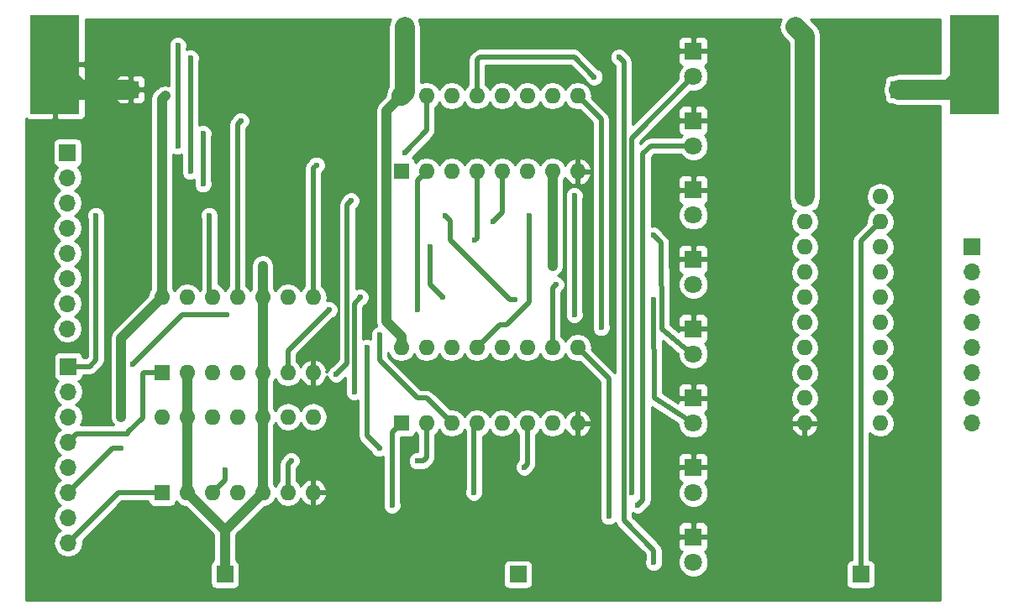
<source format=gbr>
G04 #@! TF.FileFunction,Copper,L2,Bot,Signal*
%FSLAX46Y46*%
G04 Gerber Fmt 4.6, Leading zero omitted, Abs format (unit mm)*
G04 Created by KiCad (PCBNEW 4.0.4+e1-6308~48~ubuntu16.04.1-stable) date Wed May 31 19:50:27 2017*
%MOMM*%
%LPD*%
G01*
G04 APERTURE LIST*
%ADD10C,0.100000*%
%ADD11R,1.800000X1.800000*%
%ADD12C,1.800000*%
%ADD13R,1.700000X1.700000*%
%ADD14O,1.700000X1.700000*%
%ADD15R,1.600000X1.600000*%
%ADD16O,1.600000X1.600000*%
%ADD17R,5.000000X10.000000*%
%ADD18C,0.600000*%
%ADD19C,2.000000*%
%ADD20C,0.500000*%
%ADD21C,1.000000*%
%ADD22C,0.254000*%
G04 APERTURE END LIST*
D10*
D11*
X118000000Y-53905000D03*
D12*
X118000000Y-56445000D03*
D11*
X118000000Y-60905000D03*
D12*
X118000000Y-63445000D03*
D11*
X118000000Y-67905000D03*
D12*
X118000000Y-70445000D03*
D11*
X118000000Y-74905000D03*
D12*
X118000000Y-77445000D03*
D11*
X118000000Y-81905000D03*
D12*
X118000000Y-84445000D03*
D11*
X118000000Y-88905000D03*
D12*
X118000000Y-91445000D03*
D11*
X118000000Y-95905000D03*
D12*
X118000000Y-98445000D03*
D11*
X118000000Y-102905000D03*
D12*
X118000000Y-105445000D03*
D13*
X54925000Y-64135000D03*
D14*
X54925000Y-66675000D03*
X54925000Y-69215000D03*
X54925000Y-71755000D03*
X54925000Y-74295000D03*
X54925000Y-76835000D03*
X54925000Y-79375000D03*
X54925000Y-81915000D03*
D13*
X55000000Y-85715000D03*
D14*
X55000000Y-88255000D03*
X55000000Y-90795000D03*
X55000000Y-93335000D03*
X55000000Y-95875000D03*
X55000000Y-98415000D03*
X55000000Y-100955000D03*
X55000000Y-103495000D03*
D13*
X70800000Y-106680000D03*
X100330000Y-106680000D03*
X146050000Y-73660000D03*
D14*
X146050000Y-76200000D03*
X146050000Y-78740000D03*
X146050000Y-81280000D03*
X146050000Y-83820000D03*
X146050000Y-86360000D03*
X146050000Y-88900000D03*
X146050000Y-91440000D03*
D13*
X134874000Y-106680000D03*
D15*
X88580000Y-66040000D03*
D16*
X106360000Y-58420000D03*
X91120000Y-66040000D03*
X103820000Y-58420000D03*
X93660000Y-66040000D03*
X101280000Y-58420000D03*
X96200000Y-66040000D03*
X98740000Y-58420000D03*
X98740000Y-66040000D03*
X96200000Y-58420000D03*
X101280000Y-66040000D03*
X93660000Y-58420000D03*
X103820000Y-66040000D03*
X91120000Y-58420000D03*
X106360000Y-66040000D03*
X88580000Y-58420000D03*
D15*
X88580000Y-91440000D03*
D16*
X106360000Y-83820000D03*
X91120000Y-91440000D03*
X103820000Y-83820000D03*
X93660000Y-91440000D03*
X101280000Y-83820000D03*
X96200000Y-91440000D03*
X98740000Y-83820000D03*
X98740000Y-91440000D03*
X96200000Y-83820000D03*
X101280000Y-91440000D03*
X93660000Y-83820000D03*
X103820000Y-91440000D03*
X91120000Y-83820000D03*
X106360000Y-91440000D03*
X88580000Y-83820000D03*
D15*
X64450000Y-98425000D03*
D16*
X79690000Y-90805000D03*
X66990000Y-98425000D03*
X77150000Y-90805000D03*
X69530000Y-98425000D03*
X74610000Y-90805000D03*
X72070000Y-98425000D03*
X72070000Y-90805000D03*
X74610000Y-98425000D03*
X69530000Y-90805000D03*
X77150000Y-98425000D03*
X66990000Y-90805000D03*
X79690000Y-98425000D03*
X64450000Y-90805000D03*
D15*
X64450000Y-86360000D03*
D16*
X79690000Y-78740000D03*
X66990000Y-86360000D03*
X77150000Y-78740000D03*
X69530000Y-86360000D03*
X74610000Y-78740000D03*
X72070000Y-86360000D03*
X72070000Y-78740000D03*
X74610000Y-86360000D03*
X69530000Y-78740000D03*
X77150000Y-86360000D03*
X66990000Y-78740000D03*
X79690000Y-86360000D03*
X64450000Y-78740000D03*
D15*
X129220000Y-68580000D03*
D16*
X136840000Y-91440000D03*
X129220000Y-71120000D03*
X136840000Y-88900000D03*
X129220000Y-73660000D03*
X136840000Y-86360000D03*
X129220000Y-76200000D03*
X136840000Y-83820000D03*
X129220000Y-78740000D03*
X136840000Y-81280000D03*
X129220000Y-81280000D03*
X136840000Y-78740000D03*
X129220000Y-83820000D03*
X136840000Y-76200000D03*
X129220000Y-86360000D03*
X136840000Y-73660000D03*
X129220000Y-88900000D03*
X136840000Y-71120000D03*
X129220000Y-91440000D03*
X136840000Y-68580000D03*
D13*
X138745000Y-57785000D03*
X61275000Y-57785000D03*
D17*
X146365000Y-55245000D03*
X53655000Y-55245000D03*
D18*
X95885000Y-98425000D03*
X111760000Y-98425000D03*
X87630000Y-99695000D03*
X112395000Y-99695000D03*
X101500000Y-70500000D03*
X104140000Y-77470000D03*
X114000000Y-72500000D03*
X96000000Y-73000000D03*
X100000000Y-79000000D03*
X93000000Y-70500000D03*
X114000000Y-79000000D03*
X108000000Y-56500000D03*
X106000000Y-68500000D03*
X106000000Y-80500000D03*
X110500000Y-54500000D03*
X114000000Y-105500000D03*
X66040000Y-53340000D03*
X66040000Y-63500000D03*
X67310000Y-54610000D03*
X67310000Y-66040000D03*
X68580000Y-62230000D03*
X68580000Y-67310000D03*
X97790000Y-71120000D03*
X92710000Y-78740000D03*
X91440000Y-73660000D03*
X86360000Y-82550000D03*
X86360000Y-93980000D03*
X85090000Y-83820000D03*
X69215000Y-70485000D03*
X57785000Y-70485000D03*
X103820000Y-75565000D03*
X74610000Y-75565000D03*
X109474000Y-100838000D03*
X108712000Y-81788000D03*
X90170000Y-80010000D03*
X81280000Y-80010000D03*
X72390000Y-60960000D03*
X82000000Y-86500000D03*
X83500000Y-69000000D03*
X80010000Y-65405000D03*
X88900000Y-64135000D03*
X88900000Y-51435000D03*
X128270000Y-51435000D03*
X64770000Y-58420000D03*
X60325000Y-90805000D03*
X77470000Y-95250000D03*
X90170000Y-95250000D03*
X84455000Y-78740000D03*
X83820000Y-88265000D03*
X70784999Y-96184999D03*
X100965000Y-95885000D03*
X71000000Y-80500000D03*
X61500000Y-85500000D03*
X60325000Y-93980000D03*
D19*
X61275000Y-57785000D02*
X56195000Y-57785000D01*
X56195000Y-57785000D02*
X53655000Y-55245000D01*
D20*
X95885000Y-98425000D02*
X95885000Y-91755000D01*
X95885000Y-91755000D02*
X96200000Y-91440000D01*
X118000000Y-56445000D02*
X111760000Y-62685000D01*
X111760000Y-62685000D02*
X111760000Y-98425000D01*
X87630000Y-99695000D02*
X87630000Y-92390000D01*
X87630000Y-92390000D02*
X88580000Y-91440000D01*
X113720000Y-63445000D02*
X112914999Y-64250001D01*
X112914999Y-64250001D02*
X112914999Y-99175001D01*
X112914999Y-99175001D02*
X112395000Y-99695000D01*
X114355000Y-63445000D02*
X113720000Y-63445000D01*
X118000000Y-63445000D02*
X114355000Y-63445000D01*
X99209998Y-81500000D02*
X98520000Y-81500000D01*
X98520000Y-81500000D02*
X96200000Y-83820000D01*
X101500000Y-70500000D02*
X101500000Y-79209998D01*
X101500000Y-79209998D02*
X99209998Y-81500000D01*
X96543142Y-83476858D02*
X96200000Y-83820000D01*
X104140000Y-77470000D02*
X103820000Y-77790000D01*
X103820000Y-77790000D02*
X103820000Y-83820000D01*
X114000000Y-72500000D02*
X114750001Y-73250001D01*
X114750001Y-73250001D02*
X114808000Y-81915000D01*
X114808000Y-81915000D02*
X116967000Y-83693000D01*
X116967000Y-83693000D02*
X118000000Y-84445000D01*
X96200000Y-66040000D02*
X96200000Y-72800000D01*
X96200000Y-72800000D02*
X96000000Y-73000000D01*
X99500000Y-79000000D02*
X93500000Y-73000000D01*
X93500000Y-73000000D02*
X93500000Y-71000000D01*
X100000000Y-79000000D02*
X99500000Y-79000000D01*
X93500000Y-71000000D02*
X93000000Y-70500000D01*
X118000000Y-91445000D02*
X114046000Y-88900000D01*
X114046000Y-88900000D02*
X114000000Y-79000000D01*
X108000000Y-56500000D02*
X106000000Y-54500000D01*
X106000000Y-54500000D02*
X96500000Y-54500000D01*
X96500000Y-54500000D02*
X96200000Y-54800000D01*
X96200000Y-54800000D02*
X96200000Y-58420000D01*
X106000000Y-80500000D02*
X106000000Y-68500000D01*
X96266000Y-58354000D02*
X96200000Y-58420000D01*
X111009999Y-54990001D02*
X110519998Y-54500000D01*
X110519998Y-54500000D02*
X110500000Y-54500000D01*
X114000000Y-105500000D02*
X114000000Y-104253998D01*
X114000000Y-104253998D02*
X111009999Y-101263997D01*
X111009999Y-101263997D02*
X111009999Y-54990001D01*
X104000000Y-58240000D02*
X103820000Y-58420000D01*
X103632000Y-58232000D02*
X103820000Y-58420000D01*
X66040000Y-63500000D02*
X66040000Y-53340000D01*
X67310000Y-66040000D02*
X67310000Y-54610000D01*
X68580000Y-67310000D02*
X68580000Y-62230000D01*
X97790000Y-71120000D02*
X98740000Y-70170000D01*
X98740000Y-70170000D02*
X98740000Y-66040000D01*
X91440000Y-73660000D02*
X91440000Y-77470000D01*
X91440000Y-77470000D02*
X92710000Y-78740000D01*
X90170000Y-88900000D02*
X91120000Y-88900000D01*
X91120000Y-88900000D02*
X93660000Y-91440000D01*
X86360000Y-85090000D02*
X90170000Y-88900000D01*
X86360000Y-82550000D02*
X86360000Y-85090000D01*
X85090000Y-83820000D02*
X85090000Y-92710000D01*
X85090000Y-92710000D02*
X86360000Y-93980000D01*
X69215000Y-70485000D02*
X69215000Y-78425000D01*
X69215000Y-78425000D02*
X69530000Y-78740000D01*
X57785000Y-85090000D02*
X57785000Y-70485000D01*
X57150000Y-85725000D02*
X57785000Y-85090000D01*
X56360000Y-85725000D02*
X57150000Y-85725000D01*
X55000000Y-85715000D02*
X56350000Y-85715000D01*
X56350000Y-85715000D02*
X56360000Y-85725000D01*
D21*
X103820000Y-75565000D02*
X103820000Y-66040000D01*
X74610000Y-78740000D02*
X74610000Y-75565000D01*
X66990000Y-90805000D02*
X66990000Y-86360000D01*
X74610000Y-86360000D02*
X74610000Y-78740000D01*
X74610000Y-90805000D02*
X74610000Y-86360000D01*
X74610000Y-98425000D02*
X74610000Y-90805000D01*
X66990000Y-98425000D02*
X66990000Y-90805000D01*
X66990000Y-98425000D02*
X70800000Y-102235000D01*
X70800000Y-106680000D02*
X70800000Y-102235000D01*
X70800000Y-102235000D02*
X74610000Y-98425000D01*
D20*
X106360000Y-83820000D02*
X109474000Y-86934000D01*
X109474000Y-86934000D02*
X109474000Y-100838000D01*
X108712000Y-81788000D02*
X108712000Y-60772000D01*
X108712000Y-60772000D02*
X106360000Y-58420000D01*
X90170000Y-80010000D02*
X90170000Y-66990000D01*
X90170000Y-66990000D02*
X91120000Y-66040000D01*
X77150000Y-86360000D02*
X77150000Y-84140000D01*
X77150000Y-84140000D02*
X81280000Y-80010000D01*
X72070000Y-78740000D02*
X72070000Y-61280000D01*
X72070000Y-61280000D02*
X72390000Y-60960000D01*
X83500000Y-69000000D02*
X83119990Y-69380010D01*
X83119990Y-69380010D02*
X83119990Y-85380010D01*
X83119990Y-85380010D02*
X82000000Y-86500000D01*
X80010000Y-65405000D02*
X79690000Y-65725000D01*
X79690000Y-65725000D02*
X79690000Y-78740000D01*
X91120000Y-58420000D02*
X91120000Y-61915000D01*
X91120000Y-61915000D02*
X88900000Y-64135000D01*
D21*
X88580000Y-83820000D02*
X88580000Y-82688630D01*
X88580000Y-82688630D02*
X87079999Y-81188629D01*
X87079999Y-81188629D02*
X87079999Y-59920001D01*
X87079999Y-59920001D02*
X87780001Y-59219999D01*
X87780001Y-59219999D02*
X88580000Y-58420000D01*
D19*
X88900000Y-51435000D02*
X88900000Y-58100000D01*
X88900000Y-58100000D02*
X88580000Y-58420000D01*
X129220000Y-52385000D02*
X128270000Y-51435000D01*
X129220000Y-68580000D02*
X129220000Y-52385000D01*
D21*
X64450000Y-78740000D02*
X64450000Y-58740000D01*
X64450000Y-58740000D02*
X64770000Y-58420000D01*
X64450000Y-78740000D02*
X60325000Y-82865000D01*
X60325000Y-82865000D02*
X60325000Y-90805000D01*
D19*
X138745000Y-57785000D02*
X143825000Y-57785000D01*
X143825000Y-57785000D02*
X146365000Y-55245000D01*
D20*
X77150000Y-98425000D02*
X77150000Y-95570000D01*
X77150000Y-95570000D02*
X77470000Y-95250000D01*
X90805000Y-95250000D02*
X91120000Y-94935000D01*
X91120000Y-94935000D02*
X91120000Y-91440000D01*
X90170000Y-95250000D02*
X90805000Y-95250000D01*
X83820000Y-88265000D02*
X83820000Y-79375000D01*
X83820000Y-79375000D02*
X84455000Y-78740000D01*
X69530000Y-98425000D02*
X70784999Y-97170001D01*
X70784999Y-97170001D02*
X70784999Y-96184999D01*
X101280000Y-91440000D02*
X101280000Y-95570000D01*
X101280000Y-95570000D02*
X100965000Y-95885000D01*
X134874000Y-106680000D02*
X134874000Y-73086000D01*
X134874000Y-73086000D02*
X136840000Y-71120000D01*
X61500000Y-85500000D02*
X66500000Y-80500000D01*
X66500000Y-80500000D02*
X71000000Y-80500000D01*
X62500000Y-86500000D02*
X62640000Y-86360000D01*
X62640000Y-86360000D02*
X64450000Y-86360000D01*
X62500000Y-90904998D02*
X62500000Y-86500000D01*
X61014999Y-92485001D02*
X61014999Y-92389999D01*
X61014999Y-92389999D02*
X62500000Y-90904998D01*
X55000000Y-93335000D02*
X55849999Y-92485001D01*
X55849999Y-92485001D02*
X61014999Y-92485001D01*
X55000000Y-98415000D02*
X59435000Y-93980000D01*
X59435000Y-93980000D02*
X60325000Y-93980000D01*
X55000000Y-103495000D02*
X60070000Y-98425000D01*
X60070000Y-98425000D02*
X64450000Y-98425000D01*
D22*
G36*
X87389457Y-50809313D02*
X87265000Y-51435000D01*
X87265000Y-57501661D01*
X87069457Y-57794312D01*
X86944999Y-58420000D01*
X86949955Y-58444913D01*
X86277433Y-59117435D01*
X86031396Y-59485655D01*
X85944999Y-59920001D01*
X85944999Y-81188629D01*
X86031396Y-81622975D01*
X86058168Y-81663043D01*
X85831057Y-81756883D01*
X85567808Y-82019673D01*
X85425162Y-82363201D01*
X85424838Y-82735167D01*
X85475000Y-82856569D01*
X85475000Y-82967463D01*
X85276799Y-82885162D01*
X84904833Y-82884838D01*
X84705000Y-82967407D01*
X84705000Y-79741580D01*
X84863835Y-79582745D01*
X84983943Y-79533117D01*
X85247192Y-79270327D01*
X85389838Y-78926799D01*
X85390162Y-78554833D01*
X85248117Y-78211057D01*
X84985327Y-77947808D01*
X84641799Y-77805162D01*
X84269833Y-77804838D01*
X84004990Y-77914269D01*
X84004990Y-69803014D01*
X84028943Y-69793117D01*
X84292192Y-69530327D01*
X84434838Y-69186799D01*
X84435162Y-68814833D01*
X84293117Y-68471057D01*
X84030327Y-68207808D01*
X83686799Y-68065162D01*
X83314833Y-68064838D01*
X82971057Y-68206883D01*
X82707808Y-68469673D01*
X82657434Y-68590986D01*
X82494200Y-68754220D01*
X82302357Y-69041335D01*
X82302357Y-69041336D01*
X82234989Y-69380010D01*
X82234990Y-69380015D01*
X82234990Y-85013431D01*
X81591164Y-85657256D01*
X81471057Y-85706883D01*
X81207808Y-85969673D01*
X81098465Y-86232998D01*
X80960630Y-86232998D01*
X81081914Y-86010959D01*
X80842389Y-85504866D01*
X80427423Y-85128959D01*
X80039039Y-84968096D01*
X79817000Y-85090085D01*
X79817000Y-86233000D01*
X79837000Y-86233000D01*
X79837000Y-86487000D01*
X79817000Y-86487000D01*
X79817000Y-87629915D01*
X80039039Y-87751904D01*
X80427423Y-87591041D01*
X80842389Y-87215134D01*
X81078064Y-86717176D01*
X81206883Y-87028943D01*
X81469673Y-87292192D01*
X81813201Y-87434838D01*
X82185167Y-87435162D01*
X82528943Y-87293117D01*
X82792192Y-87030327D01*
X82842566Y-86909014D01*
X82935000Y-86816580D01*
X82935000Y-87958178D01*
X82885162Y-88078201D01*
X82884838Y-88450167D01*
X83026883Y-88793943D01*
X83289673Y-89057192D01*
X83633201Y-89199838D01*
X84005167Y-89200162D01*
X84205000Y-89117593D01*
X84205000Y-92709995D01*
X84204999Y-92710000D01*
X84258759Y-92980265D01*
X84272367Y-93048675D01*
X84378578Y-93207632D01*
X84464210Y-93335790D01*
X85517255Y-94388834D01*
X85566883Y-94508943D01*
X85829673Y-94772192D01*
X86173201Y-94914838D01*
X86545167Y-94915162D01*
X86745000Y-94832593D01*
X86745000Y-99388178D01*
X86695162Y-99508201D01*
X86694838Y-99880167D01*
X86836883Y-100223943D01*
X87099673Y-100487192D01*
X87443201Y-100629838D01*
X87815167Y-100630162D01*
X88158943Y-100488117D01*
X88422192Y-100225327D01*
X88564838Y-99881799D01*
X88565162Y-99509833D01*
X88515000Y-99388431D01*
X88515000Y-92887440D01*
X89380000Y-92887440D01*
X89615317Y-92843162D01*
X89831441Y-92704090D01*
X89976431Y-92491890D01*
X90007815Y-92336911D01*
X90105302Y-92482811D01*
X90235000Y-92569473D01*
X90235000Y-94315056D01*
X89984833Y-94314838D01*
X89641057Y-94456883D01*
X89377808Y-94719673D01*
X89235162Y-95063201D01*
X89234838Y-95435167D01*
X89376883Y-95778943D01*
X89639673Y-96042192D01*
X89983201Y-96184838D01*
X90355167Y-96185162D01*
X90476569Y-96135000D01*
X90804995Y-96135000D01*
X90805000Y-96135001D01*
X91122731Y-96071799D01*
X91143675Y-96067633D01*
X91430790Y-95875790D01*
X91745787Y-95560792D01*
X91745790Y-95560790D01*
X91937633Y-95273675D01*
X91973794Y-95091883D01*
X92005001Y-94935000D01*
X92005000Y-94934995D01*
X92005000Y-92569473D01*
X92134698Y-92482811D01*
X92390000Y-92100725D01*
X92645302Y-92482811D01*
X93110849Y-92793880D01*
X93660000Y-92903113D01*
X94209151Y-92793880D01*
X94674698Y-92482811D01*
X94930000Y-92100725D01*
X95000000Y-92205487D01*
X95000000Y-98118178D01*
X94950162Y-98238201D01*
X94949838Y-98610167D01*
X95091883Y-98953943D01*
X95354673Y-99217192D01*
X95698201Y-99359838D01*
X96070167Y-99360162D01*
X96413943Y-99218117D01*
X96677192Y-98955327D01*
X96819838Y-98611799D01*
X96820162Y-98239833D01*
X96770000Y-98118431D01*
X96770000Y-92779949D01*
X97214698Y-92482811D01*
X97470000Y-92100725D01*
X97725302Y-92482811D01*
X98190849Y-92793880D01*
X98740000Y-92903113D01*
X99289151Y-92793880D01*
X99754698Y-92482811D01*
X100010000Y-92100725D01*
X100265302Y-92482811D01*
X100395000Y-92569473D01*
X100395000Y-95132868D01*
X100172808Y-95354673D01*
X100030162Y-95698201D01*
X100029838Y-96070167D01*
X100171883Y-96413943D01*
X100434673Y-96677192D01*
X100778201Y-96819838D01*
X101150167Y-96820162D01*
X101493943Y-96678117D01*
X101757192Y-96415327D01*
X101807566Y-96294013D01*
X101905787Y-96195792D01*
X101905790Y-96195790D01*
X102097633Y-95908675D01*
X102104174Y-95875790D01*
X102165001Y-95570000D01*
X102165000Y-95569995D01*
X102165000Y-92569473D01*
X102294698Y-92482811D01*
X102550000Y-92100725D01*
X102805302Y-92482811D01*
X103270849Y-92793880D01*
X103820000Y-92903113D01*
X104369151Y-92793880D01*
X104834698Y-92482811D01*
X105104986Y-92078297D01*
X105207611Y-92295134D01*
X105622577Y-92671041D01*
X106010961Y-92831904D01*
X106233000Y-92709915D01*
X106233000Y-91567000D01*
X106487000Y-91567000D01*
X106487000Y-92709915D01*
X106709039Y-92831904D01*
X107097423Y-92671041D01*
X107512389Y-92295134D01*
X107751914Y-91789041D01*
X107630629Y-91567000D01*
X106487000Y-91567000D01*
X106233000Y-91567000D01*
X106213000Y-91567000D01*
X106213000Y-91313000D01*
X106233000Y-91313000D01*
X106233000Y-90170085D01*
X106487000Y-90170085D01*
X106487000Y-91313000D01*
X107630629Y-91313000D01*
X107751914Y-91090959D01*
X107512389Y-90584866D01*
X107097423Y-90208959D01*
X106709039Y-90048096D01*
X106487000Y-90170085D01*
X106233000Y-90170085D01*
X106010961Y-90048096D01*
X105622577Y-90208959D01*
X105207611Y-90584866D01*
X105104986Y-90801703D01*
X104834698Y-90397189D01*
X104369151Y-90086120D01*
X103820000Y-89976887D01*
X103270849Y-90086120D01*
X102805302Y-90397189D01*
X102550000Y-90779275D01*
X102294698Y-90397189D01*
X101829151Y-90086120D01*
X101280000Y-89976887D01*
X100730849Y-90086120D01*
X100265302Y-90397189D01*
X100010000Y-90779275D01*
X99754698Y-90397189D01*
X99289151Y-90086120D01*
X98740000Y-89976887D01*
X98190849Y-90086120D01*
X97725302Y-90397189D01*
X97470000Y-90779275D01*
X97214698Y-90397189D01*
X96749151Y-90086120D01*
X96200000Y-89976887D01*
X95650849Y-90086120D01*
X95185302Y-90397189D01*
X94930000Y-90779275D01*
X94674698Y-90397189D01*
X94209151Y-90086120D01*
X93660000Y-89976887D01*
X93483562Y-90011983D01*
X91745790Y-88274210D01*
X91593852Y-88172689D01*
X91458675Y-88082367D01*
X91402484Y-88071190D01*
X91120000Y-88014999D01*
X91119995Y-88015000D01*
X90536579Y-88015000D01*
X87245000Y-84723420D01*
X87245000Y-84350847D01*
X87254233Y-84397264D01*
X87565302Y-84862811D01*
X88030849Y-85173880D01*
X88580000Y-85283113D01*
X89129151Y-85173880D01*
X89594698Y-84862811D01*
X89850000Y-84480725D01*
X90105302Y-84862811D01*
X90570849Y-85173880D01*
X91120000Y-85283113D01*
X91669151Y-85173880D01*
X92134698Y-84862811D01*
X92390000Y-84480725D01*
X92645302Y-84862811D01*
X93110849Y-85173880D01*
X93660000Y-85283113D01*
X94209151Y-85173880D01*
X94674698Y-84862811D01*
X94930000Y-84480725D01*
X95185302Y-84862811D01*
X95650849Y-85173880D01*
X96200000Y-85283113D01*
X96749151Y-85173880D01*
X97214698Y-84862811D01*
X97470000Y-84480725D01*
X97725302Y-84862811D01*
X98190849Y-85173880D01*
X98740000Y-85283113D01*
X99289151Y-85173880D01*
X99754698Y-84862811D01*
X100010000Y-84480725D01*
X100265302Y-84862811D01*
X100730849Y-85173880D01*
X101280000Y-85283113D01*
X101829151Y-85173880D01*
X102294698Y-84862811D01*
X102550000Y-84480725D01*
X102805302Y-84862811D01*
X103270849Y-85173880D01*
X103820000Y-85283113D01*
X104369151Y-85173880D01*
X104834698Y-84862811D01*
X105090000Y-84480725D01*
X105345302Y-84862811D01*
X105810849Y-85173880D01*
X106360000Y-85283113D01*
X106536438Y-85248017D01*
X108589000Y-87300579D01*
X108589000Y-100531178D01*
X108539162Y-100651201D01*
X108538838Y-101023167D01*
X108680883Y-101366943D01*
X108943673Y-101630192D01*
X109287201Y-101772838D01*
X109659167Y-101773162D01*
X110002943Y-101631117D01*
X110165705Y-101468639D01*
X110192366Y-101602672D01*
X110306067Y-101772838D01*
X110384209Y-101889787D01*
X113115000Y-104620577D01*
X113115000Y-105193178D01*
X113065162Y-105313201D01*
X113064838Y-105685167D01*
X113206883Y-106028943D01*
X113469673Y-106292192D01*
X113813201Y-106434838D01*
X114185167Y-106435162D01*
X114528943Y-106293117D01*
X114792192Y-106030327D01*
X114909013Y-105748991D01*
X116464735Y-105748991D01*
X116697932Y-106313371D01*
X117129357Y-106745551D01*
X117693330Y-106979733D01*
X118303991Y-106980265D01*
X118868371Y-106747068D01*
X119300551Y-106315643D01*
X119502207Y-105830000D01*
X133376560Y-105830000D01*
X133376560Y-107530000D01*
X133420838Y-107765317D01*
X133559910Y-107981441D01*
X133772110Y-108126431D01*
X134024000Y-108177440D01*
X135724000Y-108177440D01*
X135959317Y-108133162D01*
X136175441Y-107994090D01*
X136320431Y-107781890D01*
X136371440Y-107530000D01*
X136371440Y-105830000D01*
X136327162Y-105594683D01*
X136188090Y-105378559D01*
X135975890Y-105233569D01*
X135759000Y-105189648D01*
X135759000Y-92397544D01*
X135797189Y-92454698D01*
X136262736Y-92765767D01*
X136811887Y-92875000D01*
X136868113Y-92875000D01*
X137417264Y-92765767D01*
X137882811Y-92454698D01*
X138193880Y-91989151D01*
X138303113Y-91440000D01*
X138193880Y-90890849D01*
X137882811Y-90425302D01*
X137500725Y-90170000D01*
X137882811Y-89914698D01*
X138193880Y-89449151D01*
X138303113Y-88900000D01*
X138193880Y-88350849D01*
X137882811Y-87885302D01*
X137500725Y-87630000D01*
X137882811Y-87374698D01*
X138193880Y-86909151D01*
X138303113Y-86360000D01*
X138193880Y-85810849D01*
X137882811Y-85345302D01*
X137500725Y-85090000D01*
X137882811Y-84834698D01*
X138193880Y-84369151D01*
X138303113Y-83820000D01*
X138193880Y-83270849D01*
X137882811Y-82805302D01*
X137500725Y-82550000D01*
X137882811Y-82294698D01*
X138193880Y-81829151D01*
X138303113Y-81280000D01*
X138193880Y-80730849D01*
X137882811Y-80265302D01*
X137500725Y-80010000D01*
X137882811Y-79754698D01*
X138193880Y-79289151D01*
X138303113Y-78740000D01*
X138193880Y-78190849D01*
X137882811Y-77725302D01*
X137500725Y-77470000D01*
X137882811Y-77214698D01*
X138193880Y-76749151D01*
X138303113Y-76200000D01*
X138193880Y-75650849D01*
X137882811Y-75185302D01*
X137500725Y-74930000D01*
X137882811Y-74674698D01*
X138193880Y-74209151D01*
X138303113Y-73660000D01*
X138193880Y-73110849D01*
X137882811Y-72645302D01*
X137500725Y-72390000D01*
X137882811Y-72134698D01*
X138193880Y-71669151D01*
X138303113Y-71120000D01*
X138193880Y-70570849D01*
X137882811Y-70105302D01*
X137500725Y-69850000D01*
X137882811Y-69594698D01*
X138193880Y-69129151D01*
X138303113Y-68580000D01*
X138193880Y-68030849D01*
X137882811Y-67565302D01*
X137417264Y-67254233D01*
X136868113Y-67145000D01*
X136811887Y-67145000D01*
X136262736Y-67254233D01*
X135797189Y-67565302D01*
X135486120Y-68030849D01*
X135376887Y-68580000D01*
X135486120Y-69129151D01*
X135797189Y-69594698D01*
X136179275Y-69850000D01*
X135797189Y-70105302D01*
X135486120Y-70570849D01*
X135376887Y-71120000D01*
X135411983Y-71296438D01*
X134248210Y-72460210D01*
X134056367Y-72747325D01*
X134056367Y-72747326D01*
X133988999Y-73086000D01*
X133989000Y-73086005D01*
X133989000Y-105189146D01*
X133788683Y-105226838D01*
X133572559Y-105365910D01*
X133427569Y-105578110D01*
X133376560Y-105830000D01*
X119502207Y-105830000D01*
X119534733Y-105751670D01*
X119535265Y-105141009D01*
X119302068Y-104576629D01*
X119124908Y-104399159D01*
X119259699Y-104343327D01*
X119438327Y-104164698D01*
X119535000Y-103931309D01*
X119535000Y-103190750D01*
X119376250Y-103032000D01*
X118127000Y-103032000D01*
X118127000Y-103052000D01*
X117873000Y-103052000D01*
X117873000Y-103032000D01*
X116623750Y-103032000D01*
X116465000Y-103190750D01*
X116465000Y-103931309D01*
X116561673Y-104164698D01*
X116740301Y-104343327D01*
X116874994Y-104399119D01*
X116699449Y-104574357D01*
X116465267Y-105138330D01*
X116464735Y-105748991D01*
X114909013Y-105748991D01*
X114934838Y-105686799D01*
X114935162Y-105314833D01*
X114885000Y-105193431D01*
X114885000Y-104254003D01*
X114885001Y-104253998D01*
X114817633Y-103915324D01*
X114817633Y-103915323D01*
X114625790Y-103628208D01*
X114625787Y-103628206D01*
X112876273Y-101878691D01*
X116465000Y-101878691D01*
X116465000Y-102619250D01*
X116623750Y-102778000D01*
X117873000Y-102778000D01*
X117873000Y-101528750D01*
X118127000Y-101528750D01*
X118127000Y-102778000D01*
X119376250Y-102778000D01*
X119535000Y-102619250D01*
X119535000Y-101878691D01*
X119438327Y-101645302D01*
X119259699Y-101466673D01*
X119026310Y-101370000D01*
X118285750Y-101370000D01*
X118127000Y-101528750D01*
X117873000Y-101528750D01*
X117714250Y-101370000D01*
X116973690Y-101370000D01*
X116740301Y-101466673D01*
X116561673Y-101645302D01*
X116465000Y-101878691D01*
X112876273Y-101878691D01*
X111894999Y-100897417D01*
X111894999Y-100499785D01*
X112208201Y-100629838D01*
X112580167Y-100630162D01*
X112923943Y-100488117D01*
X113187192Y-100225327D01*
X113237566Y-100104014D01*
X113540786Y-99800793D01*
X113540789Y-99800791D01*
X113732632Y-99513676D01*
X113763168Y-99360162D01*
X113800000Y-99175001D01*
X113799999Y-99174996D01*
X113799999Y-98748991D01*
X116464735Y-98748991D01*
X116697932Y-99313371D01*
X117129357Y-99745551D01*
X117693330Y-99979733D01*
X118303991Y-99980265D01*
X118868371Y-99747068D01*
X119300551Y-99315643D01*
X119534733Y-98751670D01*
X119535265Y-98141009D01*
X119302068Y-97576629D01*
X119124908Y-97399159D01*
X119259699Y-97343327D01*
X119438327Y-97164698D01*
X119535000Y-96931309D01*
X119535000Y-96190750D01*
X119376250Y-96032000D01*
X118127000Y-96032000D01*
X118127000Y-96052000D01*
X117873000Y-96052000D01*
X117873000Y-96032000D01*
X116623750Y-96032000D01*
X116465000Y-96190750D01*
X116465000Y-96931309D01*
X116561673Y-97164698D01*
X116740301Y-97343327D01*
X116874994Y-97399119D01*
X116699449Y-97574357D01*
X116465267Y-98138330D01*
X116464735Y-98748991D01*
X113799999Y-98748991D01*
X113799999Y-94878691D01*
X116465000Y-94878691D01*
X116465000Y-95619250D01*
X116623750Y-95778000D01*
X117873000Y-95778000D01*
X117873000Y-94528750D01*
X118127000Y-94528750D01*
X118127000Y-95778000D01*
X119376250Y-95778000D01*
X119535000Y-95619250D01*
X119535000Y-94878691D01*
X119438327Y-94645302D01*
X119259699Y-94466673D01*
X119026310Y-94370000D01*
X118285750Y-94370000D01*
X118127000Y-94528750D01*
X117873000Y-94528750D01*
X117714250Y-94370000D01*
X116973690Y-94370000D01*
X116740301Y-94466673D01*
X116561673Y-94645302D01*
X116465000Y-94878691D01*
X113799999Y-94878691D01*
X113799999Y-89794137D01*
X116464944Y-91509434D01*
X116464735Y-91748991D01*
X116697932Y-92313371D01*
X117129357Y-92745551D01*
X117693330Y-92979733D01*
X118303991Y-92980265D01*
X118868371Y-92747068D01*
X119300551Y-92315643D01*
X119519216Y-91789039D01*
X127828096Y-91789039D01*
X127988959Y-92177423D01*
X128364866Y-92592389D01*
X128870959Y-92831914D01*
X129093000Y-92710629D01*
X129093000Y-91567000D01*
X129347000Y-91567000D01*
X129347000Y-92710629D01*
X129569041Y-92831914D01*
X130075134Y-92592389D01*
X130451041Y-92177423D01*
X130611904Y-91789039D01*
X130489915Y-91567000D01*
X129347000Y-91567000D01*
X129093000Y-91567000D01*
X127950085Y-91567000D01*
X127828096Y-91789039D01*
X119519216Y-91789039D01*
X119534733Y-91751670D01*
X119535265Y-91141009D01*
X119302068Y-90576629D01*
X119124908Y-90399159D01*
X119259699Y-90343327D01*
X119438327Y-90164698D01*
X119535000Y-89931309D01*
X119535000Y-89190750D01*
X119376250Y-89032000D01*
X118127000Y-89032000D01*
X118127000Y-89052000D01*
X117873000Y-89052000D01*
X117873000Y-89032000D01*
X116623750Y-89032000D01*
X116465000Y-89190750D01*
X116465000Y-89404518D01*
X114928759Y-88415713D01*
X114926264Y-87878691D01*
X116465000Y-87878691D01*
X116465000Y-88619250D01*
X116623750Y-88778000D01*
X117873000Y-88778000D01*
X117873000Y-87528750D01*
X118127000Y-87528750D01*
X118127000Y-88778000D01*
X119376250Y-88778000D01*
X119535000Y-88619250D01*
X119535000Y-87878691D01*
X119438327Y-87645302D01*
X119259699Y-87466673D01*
X119026310Y-87370000D01*
X118285750Y-87370000D01*
X118127000Y-87528750D01*
X117873000Y-87528750D01*
X117714250Y-87370000D01*
X116973690Y-87370000D01*
X116740301Y-87466673D01*
X116561673Y-87645302D01*
X116465000Y-87878691D01*
X114926264Y-87878691D01*
X114904249Y-83140740D01*
X116404399Y-84376158D01*
X116427986Y-84388817D01*
X116446139Y-84408492D01*
X116465020Y-84422237D01*
X116464735Y-84748991D01*
X116697932Y-85313371D01*
X117129357Y-85745551D01*
X117693330Y-85979733D01*
X118303991Y-85980265D01*
X118868371Y-85747068D01*
X119300551Y-85315643D01*
X119534733Y-84751670D01*
X119535265Y-84141009D01*
X119302068Y-83576629D01*
X119124908Y-83399159D01*
X119259699Y-83343327D01*
X119438327Y-83164698D01*
X119535000Y-82931309D01*
X119535000Y-82190750D01*
X119376250Y-82032000D01*
X118127000Y-82032000D01*
X118127000Y-82052000D01*
X117873000Y-82052000D01*
X117873000Y-82032000D01*
X116623750Y-82032000D01*
X116496608Y-82159142D01*
X115690209Y-81495048D01*
X115686084Y-80878691D01*
X116465000Y-80878691D01*
X116465000Y-81619250D01*
X116623750Y-81778000D01*
X117873000Y-81778000D01*
X117873000Y-80528750D01*
X118127000Y-80528750D01*
X118127000Y-81778000D01*
X119376250Y-81778000D01*
X119535000Y-81619250D01*
X119535000Y-80878691D01*
X119438327Y-80645302D01*
X119259699Y-80466673D01*
X119026310Y-80370000D01*
X118285750Y-80370000D01*
X118127000Y-80528750D01*
X117873000Y-80528750D01*
X117714250Y-80370000D01*
X116973690Y-80370000D01*
X116740301Y-80466673D01*
X116561673Y-80645302D01*
X116465000Y-80878691D01*
X115686084Y-80878691D01*
X115665135Y-77748991D01*
X116464735Y-77748991D01*
X116697932Y-78313371D01*
X117129357Y-78745551D01*
X117693330Y-78979733D01*
X118303991Y-78980265D01*
X118868371Y-78747068D01*
X119300551Y-78315643D01*
X119534733Y-77751670D01*
X119535265Y-77141009D01*
X119302068Y-76576629D01*
X119124908Y-76399159D01*
X119259699Y-76343327D01*
X119438327Y-76164698D01*
X119535000Y-75931309D01*
X119535000Y-75190750D01*
X119376250Y-75032000D01*
X118127000Y-75032000D01*
X118127000Y-75052000D01*
X117873000Y-75052000D01*
X117873000Y-75032000D01*
X116623750Y-75032000D01*
X116465000Y-75190750D01*
X116465000Y-75931309D01*
X116561673Y-76164698D01*
X116740301Y-76343327D01*
X116874994Y-76399119D01*
X116699449Y-76574357D01*
X116465267Y-77138330D01*
X116464735Y-77748991D01*
X115665135Y-77748991D01*
X115639229Y-73878691D01*
X116465000Y-73878691D01*
X116465000Y-74619250D01*
X116623750Y-74778000D01*
X117873000Y-74778000D01*
X117873000Y-73528750D01*
X118127000Y-73528750D01*
X118127000Y-74778000D01*
X119376250Y-74778000D01*
X119535000Y-74619250D01*
X119535000Y-73878691D01*
X119438327Y-73645302D01*
X119259699Y-73466673D01*
X119026310Y-73370000D01*
X118285750Y-73370000D01*
X118127000Y-73528750D01*
X117873000Y-73528750D01*
X117714250Y-73370000D01*
X116973690Y-73370000D01*
X116740301Y-73466673D01*
X116561673Y-73645302D01*
X116465000Y-73878691D01*
X115639229Y-73878691D01*
X115634981Y-73244077D01*
X115600776Y-73077938D01*
X115567635Y-72911327D01*
X115565957Y-72908816D01*
X115565349Y-72905861D01*
X115470087Y-72765336D01*
X115375791Y-72624212D01*
X114842744Y-72091165D01*
X114793117Y-71971057D01*
X114530327Y-71707808D01*
X114186799Y-71565162D01*
X113814833Y-71564838D01*
X113799999Y-71570967D01*
X113799999Y-70748991D01*
X116464735Y-70748991D01*
X116697932Y-71313371D01*
X117129357Y-71745551D01*
X117693330Y-71979733D01*
X118303991Y-71980265D01*
X118868371Y-71747068D01*
X119300551Y-71315643D01*
X119534733Y-70751670D01*
X119535265Y-70141009D01*
X119302068Y-69576629D01*
X119124908Y-69399159D01*
X119259699Y-69343327D01*
X119438327Y-69164698D01*
X119535000Y-68931309D01*
X119535000Y-68190750D01*
X119376250Y-68032000D01*
X118127000Y-68032000D01*
X118127000Y-68052000D01*
X117873000Y-68052000D01*
X117873000Y-68032000D01*
X116623750Y-68032000D01*
X116465000Y-68190750D01*
X116465000Y-68931309D01*
X116561673Y-69164698D01*
X116740301Y-69343327D01*
X116874994Y-69399119D01*
X116699449Y-69574357D01*
X116465267Y-70138330D01*
X116464735Y-70748991D01*
X113799999Y-70748991D01*
X113799999Y-66878691D01*
X116465000Y-66878691D01*
X116465000Y-67619250D01*
X116623750Y-67778000D01*
X117873000Y-67778000D01*
X117873000Y-66528750D01*
X118127000Y-66528750D01*
X118127000Y-67778000D01*
X119376250Y-67778000D01*
X119535000Y-67619250D01*
X119535000Y-66878691D01*
X119438327Y-66645302D01*
X119259699Y-66466673D01*
X119026310Y-66370000D01*
X118285750Y-66370000D01*
X118127000Y-66528750D01*
X117873000Y-66528750D01*
X117714250Y-66370000D01*
X116973690Y-66370000D01*
X116740301Y-66466673D01*
X116561673Y-66645302D01*
X116465000Y-66878691D01*
X113799999Y-66878691D01*
X113799999Y-64616581D01*
X114086579Y-64330000D01*
X116714532Y-64330000D01*
X117129357Y-64745551D01*
X117693330Y-64979733D01*
X118303991Y-64980265D01*
X118868371Y-64747068D01*
X119300551Y-64315643D01*
X119534733Y-63751670D01*
X119535265Y-63141009D01*
X119302068Y-62576629D01*
X119124908Y-62399159D01*
X119259699Y-62343327D01*
X119438327Y-62164698D01*
X119535000Y-61931309D01*
X119535000Y-61190750D01*
X119376250Y-61032000D01*
X118127000Y-61032000D01*
X118127000Y-61052000D01*
X117873000Y-61052000D01*
X117873000Y-61032000D01*
X116623750Y-61032000D01*
X116465000Y-61190750D01*
X116465000Y-61931309D01*
X116561673Y-62164698D01*
X116740301Y-62343327D01*
X116874994Y-62399119D01*
X116713831Y-62560000D01*
X113720000Y-62560000D01*
X113381325Y-62627367D01*
X113094210Y-62819210D01*
X113094208Y-62819213D01*
X112645000Y-63268420D01*
X112645000Y-63051580D01*
X115817888Y-59878691D01*
X116465000Y-59878691D01*
X116465000Y-60619250D01*
X116623750Y-60778000D01*
X117873000Y-60778000D01*
X117873000Y-59528750D01*
X118127000Y-59528750D01*
X118127000Y-60778000D01*
X119376250Y-60778000D01*
X119535000Y-60619250D01*
X119535000Y-59878691D01*
X119438327Y-59645302D01*
X119259699Y-59466673D01*
X119026310Y-59370000D01*
X118285750Y-59370000D01*
X118127000Y-59528750D01*
X117873000Y-59528750D01*
X117714250Y-59370000D01*
X116973690Y-59370000D01*
X116740301Y-59466673D01*
X116561673Y-59645302D01*
X116465000Y-59878691D01*
X115817888Y-59878691D01*
X117716826Y-57979753D01*
X118303991Y-57980265D01*
X118868371Y-57747068D01*
X119300551Y-57315643D01*
X119534733Y-56751670D01*
X119535265Y-56141009D01*
X119302068Y-55576629D01*
X119124908Y-55399159D01*
X119259699Y-55343327D01*
X119438327Y-55164698D01*
X119535000Y-54931309D01*
X119535000Y-54190750D01*
X119376250Y-54032000D01*
X118127000Y-54032000D01*
X118127000Y-54052000D01*
X117873000Y-54052000D01*
X117873000Y-54032000D01*
X116623750Y-54032000D01*
X116465000Y-54190750D01*
X116465000Y-54931309D01*
X116561673Y-55164698D01*
X116740301Y-55343327D01*
X116874994Y-55399119D01*
X116699449Y-55574357D01*
X116465267Y-56138330D01*
X116464753Y-56728668D01*
X111894999Y-61298421D01*
X111894999Y-54990006D01*
X111895000Y-54990001D01*
X111827632Y-54651327D01*
X111827632Y-54651326D01*
X111635789Y-54364211D01*
X111635786Y-54364209D01*
X111328663Y-54057086D01*
X111293117Y-53971057D01*
X111030327Y-53707808D01*
X110686799Y-53565162D01*
X110314833Y-53564838D01*
X109971057Y-53706883D01*
X109707808Y-53969673D01*
X109565162Y-54313201D01*
X109564838Y-54685167D01*
X109706883Y-55028943D01*
X109969673Y-55292192D01*
X110124999Y-55356689D01*
X110124999Y-86345938D01*
X110099790Y-86308210D01*
X110099787Y-86308208D01*
X107769233Y-83977653D01*
X107795000Y-83848113D01*
X107795000Y-83791887D01*
X107685767Y-83242736D01*
X107374698Y-82777189D01*
X106909151Y-82466120D01*
X106360000Y-82356887D01*
X105810849Y-82466120D01*
X105345302Y-82777189D01*
X105090000Y-83159275D01*
X104834698Y-82777189D01*
X104705000Y-82690527D01*
X104705000Y-78227123D01*
X104932192Y-78000327D01*
X105074838Y-77656799D01*
X105075162Y-77284833D01*
X104933117Y-76941057D01*
X104670327Y-76677808D01*
X104354516Y-76546671D01*
X104622566Y-76367566D01*
X104868603Y-75999346D01*
X104955000Y-75565000D01*
X104955000Y-68685167D01*
X105064838Y-68685167D01*
X105115000Y-68806569D01*
X105115000Y-80193178D01*
X105065162Y-80313201D01*
X105064838Y-80685167D01*
X105206883Y-81028943D01*
X105469673Y-81292192D01*
X105813201Y-81434838D01*
X106185167Y-81435162D01*
X106528943Y-81293117D01*
X106792192Y-81030327D01*
X106934838Y-80686799D01*
X106935162Y-80314833D01*
X106885000Y-80193431D01*
X106885000Y-68806822D01*
X106934838Y-68686799D01*
X106935162Y-68314833D01*
X106793117Y-67971057D01*
X106530327Y-67707808D01*
X106186799Y-67565162D01*
X105814833Y-67564838D01*
X105471057Y-67706883D01*
X105207808Y-67969673D01*
X105065162Y-68313201D01*
X105064838Y-68685167D01*
X104955000Y-68685167D01*
X104955000Y-66902767D01*
X105104986Y-66678297D01*
X105207611Y-66895134D01*
X105622577Y-67271041D01*
X106010961Y-67431904D01*
X106233000Y-67309915D01*
X106233000Y-66167000D01*
X106487000Y-66167000D01*
X106487000Y-67309915D01*
X106709039Y-67431904D01*
X107097423Y-67271041D01*
X107512389Y-66895134D01*
X107751914Y-66389041D01*
X107630629Y-66167000D01*
X106487000Y-66167000D01*
X106233000Y-66167000D01*
X106213000Y-66167000D01*
X106213000Y-65913000D01*
X106233000Y-65913000D01*
X106233000Y-64770085D01*
X106487000Y-64770085D01*
X106487000Y-65913000D01*
X107630629Y-65913000D01*
X107751914Y-65690959D01*
X107512389Y-65184866D01*
X107097423Y-64808959D01*
X106709039Y-64648096D01*
X106487000Y-64770085D01*
X106233000Y-64770085D01*
X106010961Y-64648096D01*
X105622577Y-64808959D01*
X105207611Y-65184866D01*
X105104986Y-65401703D01*
X104834698Y-64997189D01*
X104369151Y-64686120D01*
X103820000Y-64576887D01*
X103270849Y-64686120D01*
X102805302Y-64997189D01*
X102550000Y-65379275D01*
X102294698Y-64997189D01*
X101829151Y-64686120D01*
X101280000Y-64576887D01*
X100730849Y-64686120D01*
X100265302Y-64997189D01*
X100010000Y-65379275D01*
X99754698Y-64997189D01*
X99289151Y-64686120D01*
X98740000Y-64576887D01*
X98190849Y-64686120D01*
X97725302Y-64997189D01*
X97470000Y-65379275D01*
X97214698Y-64997189D01*
X96749151Y-64686120D01*
X96200000Y-64576887D01*
X95650849Y-64686120D01*
X95185302Y-64997189D01*
X94930000Y-65379275D01*
X94674698Y-64997189D01*
X94209151Y-64686120D01*
X93660000Y-64576887D01*
X93110849Y-64686120D01*
X92645302Y-64997189D01*
X92390000Y-65379275D01*
X92134698Y-64997189D01*
X91669151Y-64686120D01*
X91120000Y-64576887D01*
X90570849Y-64686120D01*
X90105302Y-64997189D01*
X90008899Y-65141465D01*
X89983162Y-65004683D01*
X89844090Y-64788559D01*
X89680628Y-64676870D01*
X89692192Y-64665327D01*
X89742566Y-64544014D01*
X91745787Y-62540792D01*
X91745790Y-62540790D01*
X91937633Y-62253675D01*
X91942342Y-62230000D01*
X92005001Y-61915000D01*
X92005000Y-61914995D01*
X92005000Y-59549473D01*
X92134698Y-59462811D01*
X92390000Y-59080725D01*
X92645302Y-59462811D01*
X93110849Y-59773880D01*
X93660000Y-59883113D01*
X94209151Y-59773880D01*
X94674698Y-59462811D01*
X94930000Y-59080725D01*
X95185302Y-59462811D01*
X95650849Y-59773880D01*
X96200000Y-59883113D01*
X96749151Y-59773880D01*
X97214698Y-59462811D01*
X97470000Y-59080725D01*
X97725302Y-59462811D01*
X98190849Y-59773880D01*
X98740000Y-59883113D01*
X99289151Y-59773880D01*
X99754698Y-59462811D01*
X100010000Y-59080725D01*
X100265302Y-59462811D01*
X100730849Y-59773880D01*
X101280000Y-59883113D01*
X101829151Y-59773880D01*
X102294698Y-59462811D01*
X102550000Y-59080725D01*
X102805302Y-59462811D01*
X103270849Y-59773880D01*
X103820000Y-59883113D01*
X104369151Y-59773880D01*
X104834698Y-59462811D01*
X105090000Y-59080725D01*
X105345302Y-59462811D01*
X105810849Y-59773880D01*
X106360000Y-59883113D01*
X106536438Y-59848017D01*
X107827000Y-61138579D01*
X107827000Y-81481178D01*
X107777162Y-81601201D01*
X107776838Y-81973167D01*
X107918883Y-82316943D01*
X108181673Y-82580192D01*
X108525201Y-82722838D01*
X108897167Y-82723162D01*
X109240943Y-82581117D01*
X109504192Y-82318327D01*
X109646838Y-81974799D01*
X109647162Y-81602833D01*
X109597000Y-81481431D01*
X109597000Y-60772000D01*
X109529633Y-60433325D01*
X109337790Y-60146210D01*
X109337787Y-60146208D01*
X107769233Y-58577653D01*
X107795000Y-58448113D01*
X107795000Y-58391887D01*
X107685767Y-57842736D01*
X107374698Y-57377189D01*
X106909151Y-57066120D01*
X106360000Y-56956887D01*
X105810849Y-57066120D01*
X105345302Y-57377189D01*
X105090000Y-57759275D01*
X104834698Y-57377189D01*
X104369151Y-57066120D01*
X103820000Y-56956887D01*
X103270849Y-57066120D01*
X102805302Y-57377189D01*
X102550000Y-57759275D01*
X102294698Y-57377189D01*
X101829151Y-57066120D01*
X101280000Y-56956887D01*
X100730849Y-57066120D01*
X100265302Y-57377189D01*
X100010000Y-57759275D01*
X99754698Y-57377189D01*
X99289151Y-57066120D01*
X98740000Y-56956887D01*
X98190849Y-57066120D01*
X97725302Y-57377189D01*
X97470000Y-57759275D01*
X97214698Y-57377189D01*
X97085000Y-57290527D01*
X97085000Y-55385000D01*
X105633420Y-55385000D01*
X107157255Y-56908834D01*
X107206883Y-57028943D01*
X107469673Y-57292192D01*
X107813201Y-57434838D01*
X108185167Y-57435162D01*
X108528943Y-57293117D01*
X108792192Y-57030327D01*
X108934838Y-56686799D01*
X108935162Y-56314833D01*
X108793117Y-55971057D01*
X108530327Y-55707808D01*
X108409013Y-55657434D01*
X106625790Y-53874210D01*
X106541378Y-53817808D01*
X106338675Y-53682367D01*
X106282484Y-53671190D01*
X106000000Y-53614999D01*
X105999995Y-53615000D01*
X96500005Y-53615000D01*
X96500000Y-53614999D01*
X96217516Y-53671190D01*
X96161325Y-53682367D01*
X95874210Y-53874210D01*
X95874208Y-53874213D01*
X95574210Y-54174210D01*
X95382367Y-54461325D01*
X95382367Y-54461326D01*
X95314999Y-54800000D01*
X95315000Y-54800005D01*
X95315000Y-57290527D01*
X95185302Y-57377189D01*
X94930000Y-57759275D01*
X94674698Y-57377189D01*
X94209151Y-57066120D01*
X93660000Y-56956887D01*
X93110849Y-57066120D01*
X92645302Y-57377189D01*
X92390000Y-57759275D01*
X92134698Y-57377189D01*
X91669151Y-57066120D01*
X91120000Y-56956887D01*
X90570849Y-57066120D01*
X90535000Y-57090074D01*
X90535000Y-52878691D01*
X116465000Y-52878691D01*
X116465000Y-53619250D01*
X116623750Y-53778000D01*
X117873000Y-53778000D01*
X117873000Y-52528750D01*
X118127000Y-52528750D01*
X118127000Y-53778000D01*
X119376250Y-53778000D01*
X119535000Y-53619250D01*
X119535000Y-52878691D01*
X119438327Y-52645302D01*
X119259699Y-52466673D01*
X119026310Y-52370000D01*
X118285750Y-52370000D01*
X118127000Y-52528750D01*
X117873000Y-52528750D01*
X117714250Y-52370000D01*
X116973690Y-52370000D01*
X116740301Y-52466673D01*
X116561673Y-52645302D01*
X116465000Y-52878691D01*
X90535000Y-52878691D01*
X90535000Y-51435000D01*
X90410543Y-50809313D01*
X90344184Y-50710000D01*
X126825815Y-50710000D01*
X126759457Y-50809312D01*
X126634999Y-51435000D01*
X126759457Y-52060688D01*
X127113880Y-52591120D01*
X127585000Y-53062240D01*
X127585000Y-68580000D01*
X127709457Y-69205687D01*
X127772560Y-69300128D01*
X127772560Y-69380000D01*
X127816838Y-69615317D01*
X127955910Y-69831441D01*
X128168110Y-69976431D01*
X128323089Y-70007815D01*
X128177189Y-70105302D01*
X127866120Y-70570849D01*
X127756887Y-71120000D01*
X127866120Y-71669151D01*
X128177189Y-72134698D01*
X128559275Y-72390000D01*
X128177189Y-72645302D01*
X127866120Y-73110849D01*
X127756887Y-73660000D01*
X127866120Y-74209151D01*
X128177189Y-74674698D01*
X128559275Y-74930000D01*
X128177189Y-75185302D01*
X127866120Y-75650849D01*
X127756887Y-76200000D01*
X127866120Y-76749151D01*
X128177189Y-77214698D01*
X128559275Y-77470000D01*
X128177189Y-77725302D01*
X127866120Y-78190849D01*
X127756887Y-78740000D01*
X127866120Y-79289151D01*
X128177189Y-79754698D01*
X128559275Y-80010000D01*
X128177189Y-80265302D01*
X127866120Y-80730849D01*
X127756887Y-81280000D01*
X127866120Y-81829151D01*
X128177189Y-82294698D01*
X128559275Y-82550000D01*
X128177189Y-82805302D01*
X127866120Y-83270849D01*
X127756887Y-83820000D01*
X127866120Y-84369151D01*
X128177189Y-84834698D01*
X128559275Y-85090000D01*
X128177189Y-85345302D01*
X127866120Y-85810849D01*
X127756887Y-86360000D01*
X127866120Y-86909151D01*
X128177189Y-87374698D01*
X128559275Y-87630000D01*
X128177189Y-87885302D01*
X127866120Y-88350849D01*
X127756887Y-88900000D01*
X127866120Y-89449151D01*
X128177189Y-89914698D01*
X128581703Y-90184986D01*
X128364866Y-90287611D01*
X127988959Y-90702577D01*
X127828096Y-91090961D01*
X127950085Y-91313000D01*
X129093000Y-91313000D01*
X129093000Y-91293000D01*
X129347000Y-91293000D01*
X129347000Y-91313000D01*
X130489915Y-91313000D01*
X130611904Y-91090961D01*
X130451041Y-90702577D01*
X130075134Y-90287611D01*
X129858297Y-90184986D01*
X130262811Y-89914698D01*
X130573880Y-89449151D01*
X130683113Y-88900000D01*
X130573880Y-88350849D01*
X130262811Y-87885302D01*
X129880725Y-87630000D01*
X130262811Y-87374698D01*
X130573880Y-86909151D01*
X130683113Y-86360000D01*
X130573880Y-85810849D01*
X130262811Y-85345302D01*
X129880725Y-85090000D01*
X130262811Y-84834698D01*
X130573880Y-84369151D01*
X130683113Y-83820000D01*
X130573880Y-83270849D01*
X130262811Y-82805302D01*
X129880725Y-82550000D01*
X130262811Y-82294698D01*
X130573880Y-81829151D01*
X130683113Y-81280000D01*
X130573880Y-80730849D01*
X130262811Y-80265302D01*
X129880725Y-80010000D01*
X130262811Y-79754698D01*
X130573880Y-79289151D01*
X130683113Y-78740000D01*
X130573880Y-78190849D01*
X130262811Y-77725302D01*
X129880725Y-77470000D01*
X130262811Y-77214698D01*
X130573880Y-76749151D01*
X130683113Y-76200000D01*
X130573880Y-75650849D01*
X130262811Y-75185302D01*
X129880725Y-74930000D01*
X130262811Y-74674698D01*
X130573880Y-74209151D01*
X130683113Y-73660000D01*
X130573880Y-73110849D01*
X130262811Y-72645302D01*
X129880725Y-72390000D01*
X130262811Y-72134698D01*
X130573880Y-71669151D01*
X130683113Y-71120000D01*
X130573880Y-70570849D01*
X130262811Y-70105302D01*
X130118535Y-70008899D01*
X130255317Y-69983162D01*
X130471441Y-69844090D01*
X130616431Y-69631890D01*
X130667440Y-69380000D01*
X130667440Y-69300128D01*
X130730543Y-69205687D01*
X130855000Y-68580000D01*
X130855000Y-52385005D01*
X130855001Y-52385000D01*
X130730543Y-51759312D01*
X130376120Y-51228880D01*
X129857240Y-50710000D01*
X142873000Y-50710000D01*
X142873000Y-56150000D01*
X138745000Y-56150000D01*
X138119313Y-56274457D01*
X138099703Y-56287560D01*
X137895000Y-56287560D01*
X137659683Y-56331838D01*
X137443559Y-56470910D01*
X137298569Y-56683110D01*
X137247560Y-56935000D01*
X137247560Y-57139703D01*
X137234457Y-57159313D01*
X137110000Y-57785000D01*
X137234457Y-58410687D01*
X137247560Y-58430297D01*
X137247560Y-58635000D01*
X137291838Y-58870317D01*
X137430910Y-59086441D01*
X137643110Y-59231431D01*
X137895000Y-59282440D01*
X138099703Y-59282440D01*
X138119313Y-59295543D01*
X138745000Y-59420000D01*
X142873000Y-59420000D01*
X142873000Y-109290000D01*
X50710000Y-109290000D01*
X50710000Y-88255000D01*
X53485907Y-88255000D01*
X53598946Y-88823285D01*
X53920853Y-89305054D01*
X54250026Y-89525000D01*
X53920853Y-89744946D01*
X53598946Y-90226715D01*
X53485907Y-90795000D01*
X53598946Y-91363285D01*
X53920853Y-91845054D01*
X54250026Y-92065000D01*
X53920853Y-92284946D01*
X53598946Y-92766715D01*
X53485907Y-93335000D01*
X53598946Y-93903285D01*
X53920853Y-94385054D01*
X54250026Y-94605000D01*
X53920853Y-94824946D01*
X53598946Y-95306715D01*
X53485907Y-95875000D01*
X53598946Y-96443285D01*
X53920853Y-96925054D01*
X54250026Y-97145000D01*
X53920853Y-97364946D01*
X53598946Y-97846715D01*
X53485907Y-98415000D01*
X53598946Y-98983285D01*
X53920853Y-99465054D01*
X54250026Y-99685000D01*
X53920853Y-99904946D01*
X53598946Y-100386715D01*
X53485907Y-100955000D01*
X53598946Y-101523285D01*
X53920853Y-102005054D01*
X54250026Y-102225000D01*
X53920853Y-102444946D01*
X53598946Y-102926715D01*
X53485907Y-103495000D01*
X53598946Y-104063285D01*
X53920853Y-104545054D01*
X54402622Y-104866961D01*
X54970907Y-104980000D01*
X55029093Y-104980000D01*
X55597378Y-104866961D01*
X56079147Y-104545054D01*
X56401054Y-104063285D01*
X56514093Y-103495000D01*
X56470539Y-103276041D01*
X60436579Y-99310000D01*
X63018554Y-99310000D01*
X63046838Y-99460317D01*
X63185910Y-99676441D01*
X63398110Y-99821431D01*
X63650000Y-99872440D01*
X65250000Y-99872440D01*
X65485317Y-99828162D01*
X65701441Y-99689090D01*
X65846431Y-99476890D01*
X65877815Y-99321911D01*
X65975302Y-99467811D01*
X66440849Y-99778880D01*
X66812717Y-99852849D01*
X69665000Y-102705132D01*
X69665000Y-105258808D01*
X69498559Y-105365910D01*
X69353569Y-105578110D01*
X69302560Y-105830000D01*
X69302560Y-107530000D01*
X69346838Y-107765317D01*
X69485910Y-107981441D01*
X69698110Y-108126431D01*
X69950000Y-108177440D01*
X71650000Y-108177440D01*
X71885317Y-108133162D01*
X72101441Y-107994090D01*
X72246431Y-107781890D01*
X72297440Y-107530000D01*
X72297440Y-105830000D01*
X98832560Y-105830000D01*
X98832560Y-107530000D01*
X98876838Y-107765317D01*
X99015910Y-107981441D01*
X99228110Y-108126431D01*
X99480000Y-108177440D01*
X101180000Y-108177440D01*
X101415317Y-108133162D01*
X101631441Y-107994090D01*
X101776431Y-107781890D01*
X101827440Y-107530000D01*
X101827440Y-105830000D01*
X101783162Y-105594683D01*
X101644090Y-105378559D01*
X101431890Y-105233569D01*
X101180000Y-105182560D01*
X99480000Y-105182560D01*
X99244683Y-105226838D01*
X99028559Y-105365910D01*
X98883569Y-105578110D01*
X98832560Y-105830000D01*
X72297440Y-105830000D01*
X72253162Y-105594683D01*
X72114090Y-105378559D01*
X71935000Y-105256192D01*
X71935000Y-102705132D01*
X74787283Y-99852849D01*
X75159151Y-99778880D01*
X75624698Y-99467811D01*
X75880000Y-99085725D01*
X76135302Y-99467811D01*
X76600849Y-99778880D01*
X77150000Y-99888113D01*
X77699151Y-99778880D01*
X78164698Y-99467811D01*
X78434986Y-99063297D01*
X78537611Y-99280134D01*
X78952577Y-99656041D01*
X79340961Y-99816904D01*
X79563000Y-99694915D01*
X79563000Y-98552000D01*
X79817000Y-98552000D01*
X79817000Y-99694915D01*
X80039039Y-99816904D01*
X80427423Y-99656041D01*
X80842389Y-99280134D01*
X81081914Y-98774041D01*
X80960629Y-98552000D01*
X79817000Y-98552000D01*
X79563000Y-98552000D01*
X79543000Y-98552000D01*
X79543000Y-98298000D01*
X79563000Y-98298000D01*
X79563000Y-97155085D01*
X79817000Y-97155085D01*
X79817000Y-98298000D01*
X80960629Y-98298000D01*
X81081914Y-98075959D01*
X80842389Y-97569866D01*
X80427423Y-97193959D01*
X80039039Y-97033096D01*
X79817000Y-97155085D01*
X79563000Y-97155085D01*
X79340961Y-97033096D01*
X78952577Y-97193959D01*
X78537611Y-97569866D01*
X78434986Y-97786703D01*
X78164698Y-97382189D01*
X78035000Y-97295527D01*
X78035000Y-96007123D01*
X78262192Y-95780327D01*
X78404838Y-95436799D01*
X78405162Y-95064833D01*
X78263117Y-94721057D01*
X78000327Y-94457808D01*
X77656799Y-94315162D01*
X77284833Y-94314838D01*
X76941057Y-94456883D01*
X76677808Y-94719673D01*
X76627434Y-94840986D01*
X76524210Y-94944210D01*
X76332367Y-95231325D01*
X76332367Y-95231326D01*
X76264999Y-95570000D01*
X76265000Y-95570005D01*
X76265000Y-97295527D01*
X76135302Y-97382189D01*
X75880000Y-97764275D01*
X75745000Y-97562233D01*
X75745000Y-91667767D01*
X75880000Y-91465725D01*
X76135302Y-91847811D01*
X76600849Y-92158880D01*
X77150000Y-92268113D01*
X77699151Y-92158880D01*
X78164698Y-91847811D01*
X78420000Y-91465725D01*
X78675302Y-91847811D01*
X79140849Y-92158880D01*
X79690000Y-92268113D01*
X80239151Y-92158880D01*
X80704698Y-91847811D01*
X81015767Y-91382264D01*
X81125000Y-90833113D01*
X81125000Y-90776887D01*
X81015767Y-90227736D01*
X80704698Y-89762189D01*
X80239151Y-89451120D01*
X79690000Y-89341887D01*
X79140849Y-89451120D01*
X78675302Y-89762189D01*
X78420000Y-90144275D01*
X78164698Y-89762189D01*
X77699151Y-89451120D01*
X77150000Y-89341887D01*
X76600849Y-89451120D01*
X76135302Y-89762189D01*
X75880000Y-90144275D01*
X75745000Y-89942233D01*
X75745000Y-87222767D01*
X75880000Y-87020725D01*
X76135302Y-87402811D01*
X76600849Y-87713880D01*
X77150000Y-87823113D01*
X77699151Y-87713880D01*
X78164698Y-87402811D01*
X78434986Y-86998297D01*
X78537611Y-87215134D01*
X78952577Y-87591041D01*
X79340961Y-87751904D01*
X79563000Y-87629915D01*
X79563000Y-86487000D01*
X79543000Y-86487000D01*
X79543000Y-86233000D01*
X79563000Y-86233000D01*
X79563000Y-85090085D01*
X79340961Y-84968096D01*
X78952577Y-85128959D01*
X78537611Y-85504866D01*
X78434986Y-85721703D01*
X78164698Y-85317189D01*
X78035000Y-85230527D01*
X78035000Y-84506580D01*
X81688834Y-80852745D01*
X81808943Y-80803117D01*
X82072192Y-80540327D01*
X82214838Y-80196799D01*
X82215162Y-79824833D01*
X82073117Y-79481057D01*
X81810327Y-79217808D01*
X81466799Y-79075162D01*
X81094833Y-79074838D01*
X81061226Y-79088724D01*
X81125000Y-78768113D01*
X81125000Y-78711887D01*
X81015767Y-78162736D01*
X80704698Y-77697189D01*
X80575000Y-77610527D01*
X80575000Y-66162123D01*
X80802192Y-65935327D01*
X80944838Y-65591799D01*
X80945162Y-65219833D01*
X80803117Y-64876057D01*
X80540327Y-64612808D01*
X80196799Y-64470162D01*
X79824833Y-64469838D01*
X79481057Y-64611883D01*
X79217808Y-64874673D01*
X79167434Y-64995986D01*
X79064210Y-65099210D01*
X78872367Y-65386325D01*
X78872367Y-65386326D01*
X78804999Y-65725000D01*
X78805000Y-65725005D01*
X78805000Y-77610527D01*
X78675302Y-77697189D01*
X78420000Y-78079275D01*
X78164698Y-77697189D01*
X77699151Y-77386120D01*
X77150000Y-77276887D01*
X76600849Y-77386120D01*
X76135302Y-77697189D01*
X75880000Y-78079275D01*
X75745000Y-77877233D01*
X75745000Y-75565000D01*
X75658603Y-75130654D01*
X75412566Y-74762434D01*
X75044346Y-74516397D01*
X74610000Y-74430000D01*
X74175654Y-74516397D01*
X73807434Y-74762434D01*
X73561397Y-75130654D01*
X73475000Y-75565000D01*
X73475000Y-77877233D01*
X73340000Y-78079275D01*
X73084698Y-77697189D01*
X72955000Y-77610527D01*
X72955000Y-61717123D01*
X73182192Y-61490327D01*
X73324838Y-61146799D01*
X73325162Y-60774833D01*
X73183117Y-60431057D01*
X72920327Y-60167808D01*
X72576799Y-60025162D01*
X72204833Y-60024838D01*
X71861057Y-60166883D01*
X71597808Y-60429673D01*
X71547434Y-60550986D01*
X71444210Y-60654210D01*
X71252367Y-60941325D01*
X71252367Y-60941326D01*
X71184999Y-61280000D01*
X71185000Y-61280005D01*
X71185000Y-77610527D01*
X71055302Y-77697189D01*
X70800000Y-78079275D01*
X70544698Y-77697189D01*
X70100000Y-77400051D01*
X70100000Y-70791822D01*
X70149838Y-70671799D01*
X70150162Y-70299833D01*
X70008117Y-69956057D01*
X69745327Y-69692808D01*
X69401799Y-69550162D01*
X69029833Y-69549838D01*
X68686057Y-69691883D01*
X68422808Y-69954673D01*
X68280162Y-70298201D01*
X68279838Y-70670167D01*
X68330000Y-70791569D01*
X68330000Y-77974513D01*
X68260000Y-78079275D01*
X68004698Y-77697189D01*
X67539151Y-77386120D01*
X66990000Y-77276887D01*
X66440849Y-77386120D01*
X65975302Y-77697189D01*
X65720000Y-78079275D01*
X65585000Y-77877233D01*
X65585000Y-64323471D01*
X65853201Y-64434838D01*
X66225167Y-64435162D01*
X66425000Y-64352593D01*
X66425000Y-65733178D01*
X66375162Y-65853201D01*
X66374838Y-66225167D01*
X66516883Y-66568943D01*
X66779673Y-66832192D01*
X67123201Y-66974838D01*
X67495167Y-66975162D01*
X67695000Y-66892593D01*
X67695000Y-67003178D01*
X67645162Y-67123201D01*
X67644838Y-67495167D01*
X67786883Y-67838943D01*
X68049673Y-68102192D01*
X68393201Y-68244838D01*
X68765167Y-68245162D01*
X69108943Y-68103117D01*
X69372192Y-67840327D01*
X69514838Y-67496799D01*
X69515162Y-67124833D01*
X69465000Y-67003431D01*
X69465000Y-62536822D01*
X69514838Y-62416799D01*
X69515162Y-62044833D01*
X69373117Y-61701057D01*
X69110327Y-61437808D01*
X68766799Y-61295162D01*
X68394833Y-61294838D01*
X68195000Y-61377407D01*
X68195000Y-54916822D01*
X68244838Y-54796799D01*
X68245162Y-54424833D01*
X68103117Y-54081057D01*
X67840327Y-53817808D01*
X67496799Y-53675162D01*
X67124833Y-53674838D01*
X66925000Y-53757407D01*
X66925000Y-53646822D01*
X66974838Y-53526799D01*
X66975162Y-53154833D01*
X66833117Y-52811057D01*
X66570327Y-52547808D01*
X66226799Y-52405162D01*
X65854833Y-52404838D01*
X65511057Y-52546883D01*
X65247808Y-52809673D01*
X65105162Y-53153201D01*
X65104838Y-53525167D01*
X65155000Y-53646569D01*
X65155000Y-57361582D01*
X64770000Y-57285001D01*
X64335654Y-57371397D01*
X63967434Y-57617434D01*
X63647434Y-57937434D01*
X63401397Y-58305654D01*
X63315000Y-58740000D01*
X63315000Y-77877233D01*
X63124233Y-78162736D01*
X63050264Y-78534604D01*
X59522434Y-82062434D01*
X59276397Y-82430654D01*
X59190000Y-82865000D01*
X59190000Y-90805000D01*
X59276397Y-91239346D01*
X59517379Y-91600001D01*
X56242886Y-91600001D01*
X56401054Y-91363285D01*
X56514093Y-90795000D01*
X56401054Y-90226715D01*
X56079147Y-89744946D01*
X55749974Y-89525000D01*
X56079147Y-89305054D01*
X56401054Y-88823285D01*
X56514093Y-88255000D01*
X56401054Y-87686715D01*
X56079147Y-87204946D01*
X56037548Y-87177150D01*
X56085317Y-87168162D01*
X56301441Y-87029090D01*
X56446431Y-86816890D01*
X56488327Y-86610000D01*
X57149995Y-86610000D01*
X57150000Y-86610001D01*
X57432484Y-86553810D01*
X57488675Y-86542633D01*
X57775790Y-86350790D01*
X57775791Y-86350789D01*
X58410787Y-85715792D01*
X58410790Y-85715790D01*
X58551724Y-85504866D01*
X58602634Y-85428674D01*
X58670001Y-85090000D01*
X58670000Y-85089995D01*
X58670000Y-70791822D01*
X58719838Y-70671799D01*
X58720162Y-70299833D01*
X58578117Y-69956057D01*
X58315327Y-69692808D01*
X57971799Y-69550162D01*
X57599833Y-69549838D01*
X57256057Y-69691883D01*
X56992808Y-69954673D01*
X56850162Y-70298201D01*
X56849838Y-70670167D01*
X56900000Y-70791569D01*
X56900000Y-84723421D01*
X56783420Y-84840000D01*
X56492736Y-84840000D01*
X56453162Y-84629683D01*
X56314090Y-84413559D01*
X56101890Y-84268569D01*
X55850000Y-84217560D01*
X54150000Y-84217560D01*
X53914683Y-84261838D01*
X53698559Y-84400910D01*
X53553569Y-84613110D01*
X53502560Y-84865000D01*
X53502560Y-86565000D01*
X53546838Y-86800317D01*
X53685910Y-87016441D01*
X53898110Y-87161431D01*
X53965541Y-87175086D01*
X53920853Y-87204946D01*
X53598946Y-87686715D01*
X53485907Y-88255000D01*
X50710000Y-88255000D01*
X50710000Y-66675000D01*
X53410907Y-66675000D01*
X53523946Y-67243285D01*
X53845853Y-67725054D01*
X54175026Y-67945000D01*
X53845853Y-68164946D01*
X53523946Y-68646715D01*
X53410907Y-69215000D01*
X53523946Y-69783285D01*
X53845853Y-70265054D01*
X54175026Y-70485000D01*
X53845853Y-70704946D01*
X53523946Y-71186715D01*
X53410907Y-71755000D01*
X53523946Y-72323285D01*
X53845853Y-72805054D01*
X54175026Y-73025000D01*
X53845853Y-73244946D01*
X53523946Y-73726715D01*
X53410907Y-74295000D01*
X53523946Y-74863285D01*
X53845853Y-75345054D01*
X54175026Y-75565000D01*
X53845853Y-75784946D01*
X53523946Y-76266715D01*
X53410907Y-76835000D01*
X53523946Y-77403285D01*
X53845853Y-77885054D01*
X54175026Y-78105000D01*
X53845853Y-78324946D01*
X53523946Y-78806715D01*
X53410907Y-79375000D01*
X53523946Y-79943285D01*
X53845853Y-80425054D01*
X54175026Y-80645000D01*
X53845853Y-80864946D01*
X53523946Y-81346715D01*
X53410907Y-81915000D01*
X53523946Y-82483285D01*
X53845853Y-82965054D01*
X54327622Y-83286961D01*
X54895907Y-83400000D01*
X54954093Y-83400000D01*
X55522378Y-83286961D01*
X56004147Y-82965054D01*
X56326054Y-82483285D01*
X56439093Y-81915000D01*
X56326054Y-81346715D01*
X56004147Y-80864946D01*
X55674974Y-80645000D01*
X56004147Y-80425054D01*
X56326054Y-79943285D01*
X56439093Y-79375000D01*
X56326054Y-78806715D01*
X56004147Y-78324946D01*
X55674974Y-78105000D01*
X56004147Y-77885054D01*
X56326054Y-77403285D01*
X56439093Y-76835000D01*
X56326054Y-76266715D01*
X56004147Y-75784946D01*
X55674974Y-75565000D01*
X56004147Y-75345054D01*
X56326054Y-74863285D01*
X56439093Y-74295000D01*
X56326054Y-73726715D01*
X56004147Y-73244946D01*
X55674974Y-73025000D01*
X56004147Y-72805054D01*
X56326054Y-72323285D01*
X56439093Y-71755000D01*
X56326054Y-71186715D01*
X56004147Y-70704946D01*
X55674974Y-70485000D01*
X56004147Y-70265054D01*
X56326054Y-69783285D01*
X56439093Y-69215000D01*
X56326054Y-68646715D01*
X56004147Y-68164946D01*
X55674974Y-67945000D01*
X56004147Y-67725054D01*
X56326054Y-67243285D01*
X56439093Y-66675000D01*
X56326054Y-66106715D01*
X56004147Y-65624946D01*
X55962548Y-65597150D01*
X56010317Y-65588162D01*
X56226441Y-65449090D01*
X56371431Y-65236890D01*
X56422440Y-64985000D01*
X56422440Y-63285000D01*
X56378162Y-63049683D01*
X56239090Y-62833559D01*
X56026890Y-62688569D01*
X55775000Y-62637560D01*
X54075000Y-62637560D01*
X53839683Y-62681838D01*
X53623559Y-62820910D01*
X53478569Y-63033110D01*
X53427560Y-63285000D01*
X53427560Y-64985000D01*
X53471838Y-65220317D01*
X53610910Y-65436441D01*
X53823110Y-65581431D01*
X53890541Y-65595086D01*
X53845853Y-65624946D01*
X53523946Y-66106715D01*
X53410907Y-66675000D01*
X50710000Y-66675000D01*
X50710000Y-60698025D01*
X50795302Y-60783327D01*
X51028691Y-60880000D01*
X53369250Y-60880000D01*
X53528000Y-60721250D01*
X53528000Y-55372000D01*
X53782000Y-55372000D01*
X53782000Y-60721250D01*
X53940750Y-60880000D01*
X56281309Y-60880000D01*
X56514698Y-60783327D01*
X56693327Y-60604699D01*
X56790000Y-60371310D01*
X56790000Y-58070750D01*
X59790000Y-58070750D01*
X59790000Y-58761310D01*
X59886673Y-58994699D01*
X60065302Y-59173327D01*
X60298691Y-59270000D01*
X60989250Y-59270000D01*
X61148000Y-59111250D01*
X61148000Y-57912000D01*
X61402000Y-57912000D01*
X61402000Y-59111250D01*
X61560750Y-59270000D01*
X62251309Y-59270000D01*
X62484698Y-59173327D01*
X62663327Y-58994699D01*
X62760000Y-58761310D01*
X62760000Y-58070750D01*
X62601250Y-57912000D01*
X61402000Y-57912000D01*
X61148000Y-57912000D01*
X59948750Y-57912000D01*
X59790000Y-58070750D01*
X56790000Y-58070750D01*
X56790000Y-56808690D01*
X59790000Y-56808690D01*
X59790000Y-57499250D01*
X59948750Y-57658000D01*
X61148000Y-57658000D01*
X61148000Y-56458750D01*
X61402000Y-56458750D01*
X61402000Y-57658000D01*
X62601250Y-57658000D01*
X62760000Y-57499250D01*
X62760000Y-56808690D01*
X62663327Y-56575301D01*
X62484698Y-56396673D01*
X62251309Y-56300000D01*
X61560750Y-56300000D01*
X61402000Y-56458750D01*
X61148000Y-56458750D01*
X60989250Y-56300000D01*
X60298691Y-56300000D01*
X60065302Y-56396673D01*
X59886673Y-56575301D01*
X59790000Y-56808690D01*
X56790000Y-56808690D01*
X56790000Y-55530750D01*
X56631250Y-55372000D01*
X53782000Y-55372000D01*
X53528000Y-55372000D01*
X53508000Y-55372000D01*
X53508000Y-55118000D01*
X53528000Y-55118000D01*
X53528000Y-55098000D01*
X53782000Y-55098000D01*
X53782000Y-55118000D01*
X56631250Y-55118000D01*
X56790000Y-54959250D01*
X56790000Y-50710000D01*
X87455816Y-50710000D01*
X87389457Y-50809313D01*
X87389457Y-50809313D01*
G37*
X87389457Y-50809313D02*
X87265000Y-51435000D01*
X87265000Y-57501661D01*
X87069457Y-57794312D01*
X86944999Y-58420000D01*
X86949955Y-58444913D01*
X86277433Y-59117435D01*
X86031396Y-59485655D01*
X85944999Y-59920001D01*
X85944999Y-81188629D01*
X86031396Y-81622975D01*
X86058168Y-81663043D01*
X85831057Y-81756883D01*
X85567808Y-82019673D01*
X85425162Y-82363201D01*
X85424838Y-82735167D01*
X85475000Y-82856569D01*
X85475000Y-82967463D01*
X85276799Y-82885162D01*
X84904833Y-82884838D01*
X84705000Y-82967407D01*
X84705000Y-79741580D01*
X84863835Y-79582745D01*
X84983943Y-79533117D01*
X85247192Y-79270327D01*
X85389838Y-78926799D01*
X85390162Y-78554833D01*
X85248117Y-78211057D01*
X84985327Y-77947808D01*
X84641799Y-77805162D01*
X84269833Y-77804838D01*
X84004990Y-77914269D01*
X84004990Y-69803014D01*
X84028943Y-69793117D01*
X84292192Y-69530327D01*
X84434838Y-69186799D01*
X84435162Y-68814833D01*
X84293117Y-68471057D01*
X84030327Y-68207808D01*
X83686799Y-68065162D01*
X83314833Y-68064838D01*
X82971057Y-68206883D01*
X82707808Y-68469673D01*
X82657434Y-68590986D01*
X82494200Y-68754220D01*
X82302357Y-69041335D01*
X82302357Y-69041336D01*
X82234989Y-69380010D01*
X82234990Y-69380015D01*
X82234990Y-85013431D01*
X81591164Y-85657256D01*
X81471057Y-85706883D01*
X81207808Y-85969673D01*
X81098465Y-86232998D01*
X80960630Y-86232998D01*
X81081914Y-86010959D01*
X80842389Y-85504866D01*
X80427423Y-85128959D01*
X80039039Y-84968096D01*
X79817000Y-85090085D01*
X79817000Y-86233000D01*
X79837000Y-86233000D01*
X79837000Y-86487000D01*
X79817000Y-86487000D01*
X79817000Y-87629915D01*
X80039039Y-87751904D01*
X80427423Y-87591041D01*
X80842389Y-87215134D01*
X81078064Y-86717176D01*
X81206883Y-87028943D01*
X81469673Y-87292192D01*
X81813201Y-87434838D01*
X82185167Y-87435162D01*
X82528943Y-87293117D01*
X82792192Y-87030327D01*
X82842566Y-86909014D01*
X82935000Y-86816580D01*
X82935000Y-87958178D01*
X82885162Y-88078201D01*
X82884838Y-88450167D01*
X83026883Y-88793943D01*
X83289673Y-89057192D01*
X83633201Y-89199838D01*
X84005167Y-89200162D01*
X84205000Y-89117593D01*
X84205000Y-92709995D01*
X84204999Y-92710000D01*
X84258759Y-92980265D01*
X84272367Y-93048675D01*
X84378578Y-93207632D01*
X84464210Y-93335790D01*
X85517255Y-94388834D01*
X85566883Y-94508943D01*
X85829673Y-94772192D01*
X86173201Y-94914838D01*
X86545167Y-94915162D01*
X86745000Y-94832593D01*
X86745000Y-99388178D01*
X86695162Y-99508201D01*
X86694838Y-99880167D01*
X86836883Y-100223943D01*
X87099673Y-100487192D01*
X87443201Y-100629838D01*
X87815167Y-100630162D01*
X88158943Y-100488117D01*
X88422192Y-100225327D01*
X88564838Y-99881799D01*
X88565162Y-99509833D01*
X88515000Y-99388431D01*
X88515000Y-92887440D01*
X89380000Y-92887440D01*
X89615317Y-92843162D01*
X89831441Y-92704090D01*
X89976431Y-92491890D01*
X90007815Y-92336911D01*
X90105302Y-92482811D01*
X90235000Y-92569473D01*
X90235000Y-94315056D01*
X89984833Y-94314838D01*
X89641057Y-94456883D01*
X89377808Y-94719673D01*
X89235162Y-95063201D01*
X89234838Y-95435167D01*
X89376883Y-95778943D01*
X89639673Y-96042192D01*
X89983201Y-96184838D01*
X90355167Y-96185162D01*
X90476569Y-96135000D01*
X90804995Y-96135000D01*
X90805000Y-96135001D01*
X91122731Y-96071799D01*
X91143675Y-96067633D01*
X91430790Y-95875790D01*
X91745787Y-95560792D01*
X91745790Y-95560790D01*
X91937633Y-95273675D01*
X91973794Y-95091883D01*
X92005001Y-94935000D01*
X92005000Y-94934995D01*
X92005000Y-92569473D01*
X92134698Y-92482811D01*
X92390000Y-92100725D01*
X92645302Y-92482811D01*
X93110849Y-92793880D01*
X93660000Y-92903113D01*
X94209151Y-92793880D01*
X94674698Y-92482811D01*
X94930000Y-92100725D01*
X95000000Y-92205487D01*
X95000000Y-98118178D01*
X94950162Y-98238201D01*
X94949838Y-98610167D01*
X95091883Y-98953943D01*
X95354673Y-99217192D01*
X95698201Y-99359838D01*
X96070167Y-99360162D01*
X96413943Y-99218117D01*
X96677192Y-98955327D01*
X96819838Y-98611799D01*
X96820162Y-98239833D01*
X96770000Y-98118431D01*
X96770000Y-92779949D01*
X97214698Y-92482811D01*
X97470000Y-92100725D01*
X97725302Y-92482811D01*
X98190849Y-92793880D01*
X98740000Y-92903113D01*
X99289151Y-92793880D01*
X99754698Y-92482811D01*
X100010000Y-92100725D01*
X100265302Y-92482811D01*
X100395000Y-92569473D01*
X100395000Y-95132868D01*
X100172808Y-95354673D01*
X100030162Y-95698201D01*
X100029838Y-96070167D01*
X100171883Y-96413943D01*
X100434673Y-96677192D01*
X100778201Y-96819838D01*
X101150167Y-96820162D01*
X101493943Y-96678117D01*
X101757192Y-96415327D01*
X101807566Y-96294013D01*
X101905787Y-96195792D01*
X101905790Y-96195790D01*
X102097633Y-95908675D01*
X102104174Y-95875790D01*
X102165001Y-95570000D01*
X102165000Y-95569995D01*
X102165000Y-92569473D01*
X102294698Y-92482811D01*
X102550000Y-92100725D01*
X102805302Y-92482811D01*
X103270849Y-92793880D01*
X103820000Y-92903113D01*
X104369151Y-92793880D01*
X104834698Y-92482811D01*
X105104986Y-92078297D01*
X105207611Y-92295134D01*
X105622577Y-92671041D01*
X106010961Y-92831904D01*
X106233000Y-92709915D01*
X106233000Y-91567000D01*
X106487000Y-91567000D01*
X106487000Y-92709915D01*
X106709039Y-92831904D01*
X107097423Y-92671041D01*
X107512389Y-92295134D01*
X107751914Y-91789041D01*
X107630629Y-91567000D01*
X106487000Y-91567000D01*
X106233000Y-91567000D01*
X106213000Y-91567000D01*
X106213000Y-91313000D01*
X106233000Y-91313000D01*
X106233000Y-90170085D01*
X106487000Y-90170085D01*
X106487000Y-91313000D01*
X107630629Y-91313000D01*
X107751914Y-91090959D01*
X107512389Y-90584866D01*
X107097423Y-90208959D01*
X106709039Y-90048096D01*
X106487000Y-90170085D01*
X106233000Y-90170085D01*
X106010961Y-90048096D01*
X105622577Y-90208959D01*
X105207611Y-90584866D01*
X105104986Y-90801703D01*
X104834698Y-90397189D01*
X104369151Y-90086120D01*
X103820000Y-89976887D01*
X103270849Y-90086120D01*
X102805302Y-90397189D01*
X102550000Y-90779275D01*
X102294698Y-90397189D01*
X101829151Y-90086120D01*
X101280000Y-89976887D01*
X100730849Y-90086120D01*
X100265302Y-90397189D01*
X100010000Y-90779275D01*
X99754698Y-90397189D01*
X99289151Y-90086120D01*
X98740000Y-89976887D01*
X98190849Y-90086120D01*
X97725302Y-90397189D01*
X97470000Y-90779275D01*
X97214698Y-90397189D01*
X96749151Y-90086120D01*
X96200000Y-89976887D01*
X95650849Y-90086120D01*
X95185302Y-90397189D01*
X94930000Y-90779275D01*
X94674698Y-90397189D01*
X94209151Y-90086120D01*
X93660000Y-89976887D01*
X93483562Y-90011983D01*
X91745790Y-88274210D01*
X91593852Y-88172689D01*
X91458675Y-88082367D01*
X91402484Y-88071190D01*
X91120000Y-88014999D01*
X91119995Y-88015000D01*
X90536579Y-88015000D01*
X87245000Y-84723420D01*
X87245000Y-84350847D01*
X87254233Y-84397264D01*
X87565302Y-84862811D01*
X88030849Y-85173880D01*
X88580000Y-85283113D01*
X89129151Y-85173880D01*
X89594698Y-84862811D01*
X89850000Y-84480725D01*
X90105302Y-84862811D01*
X90570849Y-85173880D01*
X91120000Y-85283113D01*
X91669151Y-85173880D01*
X92134698Y-84862811D01*
X92390000Y-84480725D01*
X92645302Y-84862811D01*
X93110849Y-85173880D01*
X93660000Y-85283113D01*
X94209151Y-85173880D01*
X94674698Y-84862811D01*
X94930000Y-84480725D01*
X95185302Y-84862811D01*
X95650849Y-85173880D01*
X96200000Y-85283113D01*
X96749151Y-85173880D01*
X97214698Y-84862811D01*
X97470000Y-84480725D01*
X97725302Y-84862811D01*
X98190849Y-85173880D01*
X98740000Y-85283113D01*
X99289151Y-85173880D01*
X99754698Y-84862811D01*
X100010000Y-84480725D01*
X100265302Y-84862811D01*
X100730849Y-85173880D01*
X101280000Y-85283113D01*
X101829151Y-85173880D01*
X102294698Y-84862811D01*
X102550000Y-84480725D01*
X102805302Y-84862811D01*
X103270849Y-85173880D01*
X103820000Y-85283113D01*
X104369151Y-85173880D01*
X104834698Y-84862811D01*
X105090000Y-84480725D01*
X105345302Y-84862811D01*
X105810849Y-85173880D01*
X106360000Y-85283113D01*
X106536438Y-85248017D01*
X108589000Y-87300579D01*
X108589000Y-100531178D01*
X108539162Y-100651201D01*
X108538838Y-101023167D01*
X108680883Y-101366943D01*
X108943673Y-101630192D01*
X109287201Y-101772838D01*
X109659167Y-101773162D01*
X110002943Y-101631117D01*
X110165705Y-101468639D01*
X110192366Y-101602672D01*
X110306067Y-101772838D01*
X110384209Y-101889787D01*
X113115000Y-104620577D01*
X113115000Y-105193178D01*
X113065162Y-105313201D01*
X113064838Y-105685167D01*
X113206883Y-106028943D01*
X113469673Y-106292192D01*
X113813201Y-106434838D01*
X114185167Y-106435162D01*
X114528943Y-106293117D01*
X114792192Y-106030327D01*
X114909013Y-105748991D01*
X116464735Y-105748991D01*
X116697932Y-106313371D01*
X117129357Y-106745551D01*
X117693330Y-106979733D01*
X118303991Y-106980265D01*
X118868371Y-106747068D01*
X119300551Y-106315643D01*
X119502207Y-105830000D01*
X133376560Y-105830000D01*
X133376560Y-107530000D01*
X133420838Y-107765317D01*
X133559910Y-107981441D01*
X133772110Y-108126431D01*
X134024000Y-108177440D01*
X135724000Y-108177440D01*
X135959317Y-108133162D01*
X136175441Y-107994090D01*
X136320431Y-107781890D01*
X136371440Y-107530000D01*
X136371440Y-105830000D01*
X136327162Y-105594683D01*
X136188090Y-105378559D01*
X135975890Y-105233569D01*
X135759000Y-105189648D01*
X135759000Y-92397544D01*
X135797189Y-92454698D01*
X136262736Y-92765767D01*
X136811887Y-92875000D01*
X136868113Y-92875000D01*
X137417264Y-92765767D01*
X137882811Y-92454698D01*
X138193880Y-91989151D01*
X138303113Y-91440000D01*
X138193880Y-90890849D01*
X137882811Y-90425302D01*
X137500725Y-90170000D01*
X137882811Y-89914698D01*
X138193880Y-89449151D01*
X138303113Y-88900000D01*
X138193880Y-88350849D01*
X137882811Y-87885302D01*
X137500725Y-87630000D01*
X137882811Y-87374698D01*
X138193880Y-86909151D01*
X138303113Y-86360000D01*
X138193880Y-85810849D01*
X137882811Y-85345302D01*
X137500725Y-85090000D01*
X137882811Y-84834698D01*
X138193880Y-84369151D01*
X138303113Y-83820000D01*
X138193880Y-83270849D01*
X137882811Y-82805302D01*
X137500725Y-82550000D01*
X137882811Y-82294698D01*
X138193880Y-81829151D01*
X138303113Y-81280000D01*
X138193880Y-80730849D01*
X137882811Y-80265302D01*
X137500725Y-80010000D01*
X137882811Y-79754698D01*
X138193880Y-79289151D01*
X138303113Y-78740000D01*
X138193880Y-78190849D01*
X137882811Y-77725302D01*
X137500725Y-77470000D01*
X137882811Y-77214698D01*
X138193880Y-76749151D01*
X138303113Y-76200000D01*
X138193880Y-75650849D01*
X137882811Y-75185302D01*
X137500725Y-74930000D01*
X137882811Y-74674698D01*
X138193880Y-74209151D01*
X138303113Y-73660000D01*
X138193880Y-73110849D01*
X137882811Y-72645302D01*
X137500725Y-72390000D01*
X137882811Y-72134698D01*
X138193880Y-71669151D01*
X138303113Y-71120000D01*
X138193880Y-70570849D01*
X137882811Y-70105302D01*
X137500725Y-69850000D01*
X137882811Y-69594698D01*
X138193880Y-69129151D01*
X138303113Y-68580000D01*
X138193880Y-68030849D01*
X137882811Y-67565302D01*
X137417264Y-67254233D01*
X136868113Y-67145000D01*
X136811887Y-67145000D01*
X136262736Y-67254233D01*
X135797189Y-67565302D01*
X135486120Y-68030849D01*
X135376887Y-68580000D01*
X135486120Y-69129151D01*
X135797189Y-69594698D01*
X136179275Y-69850000D01*
X135797189Y-70105302D01*
X135486120Y-70570849D01*
X135376887Y-71120000D01*
X135411983Y-71296438D01*
X134248210Y-72460210D01*
X134056367Y-72747325D01*
X134056367Y-72747326D01*
X133988999Y-73086000D01*
X133989000Y-73086005D01*
X133989000Y-105189146D01*
X133788683Y-105226838D01*
X133572559Y-105365910D01*
X133427569Y-105578110D01*
X133376560Y-105830000D01*
X119502207Y-105830000D01*
X119534733Y-105751670D01*
X119535265Y-105141009D01*
X119302068Y-104576629D01*
X119124908Y-104399159D01*
X119259699Y-104343327D01*
X119438327Y-104164698D01*
X119535000Y-103931309D01*
X119535000Y-103190750D01*
X119376250Y-103032000D01*
X118127000Y-103032000D01*
X118127000Y-103052000D01*
X117873000Y-103052000D01*
X117873000Y-103032000D01*
X116623750Y-103032000D01*
X116465000Y-103190750D01*
X116465000Y-103931309D01*
X116561673Y-104164698D01*
X116740301Y-104343327D01*
X116874994Y-104399119D01*
X116699449Y-104574357D01*
X116465267Y-105138330D01*
X116464735Y-105748991D01*
X114909013Y-105748991D01*
X114934838Y-105686799D01*
X114935162Y-105314833D01*
X114885000Y-105193431D01*
X114885000Y-104254003D01*
X114885001Y-104253998D01*
X114817633Y-103915324D01*
X114817633Y-103915323D01*
X114625790Y-103628208D01*
X114625787Y-103628206D01*
X112876273Y-101878691D01*
X116465000Y-101878691D01*
X116465000Y-102619250D01*
X116623750Y-102778000D01*
X117873000Y-102778000D01*
X117873000Y-101528750D01*
X118127000Y-101528750D01*
X118127000Y-102778000D01*
X119376250Y-102778000D01*
X119535000Y-102619250D01*
X119535000Y-101878691D01*
X119438327Y-101645302D01*
X119259699Y-101466673D01*
X119026310Y-101370000D01*
X118285750Y-101370000D01*
X118127000Y-101528750D01*
X117873000Y-101528750D01*
X117714250Y-101370000D01*
X116973690Y-101370000D01*
X116740301Y-101466673D01*
X116561673Y-101645302D01*
X116465000Y-101878691D01*
X112876273Y-101878691D01*
X111894999Y-100897417D01*
X111894999Y-100499785D01*
X112208201Y-100629838D01*
X112580167Y-100630162D01*
X112923943Y-100488117D01*
X113187192Y-100225327D01*
X113237566Y-100104014D01*
X113540786Y-99800793D01*
X113540789Y-99800791D01*
X113732632Y-99513676D01*
X113763168Y-99360162D01*
X113800000Y-99175001D01*
X113799999Y-99174996D01*
X113799999Y-98748991D01*
X116464735Y-98748991D01*
X116697932Y-99313371D01*
X117129357Y-99745551D01*
X117693330Y-99979733D01*
X118303991Y-99980265D01*
X118868371Y-99747068D01*
X119300551Y-99315643D01*
X119534733Y-98751670D01*
X119535265Y-98141009D01*
X119302068Y-97576629D01*
X119124908Y-97399159D01*
X119259699Y-97343327D01*
X119438327Y-97164698D01*
X119535000Y-96931309D01*
X119535000Y-96190750D01*
X119376250Y-96032000D01*
X118127000Y-96032000D01*
X118127000Y-96052000D01*
X117873000Y-96052000D01*
X117873000Y-96032000D01*
X116623750Y-96032000D01*
X116465000Y-96190750D01*
X116465000Y-96931309D01*
X116561673Y-97164698D01*
X116740301Y-97343327D01*
X116874994Y-97399119D01*
X116699449Y-97574357D01*
X116465267Y-98138330D01*
X116464735Y-98748991D01*
X113799999Y-98748991D01*
X113799999Y-94878691D01*
X116465000Y-94878691D01*
X116465000Y-95619250D01*
X116623750Y-95778000D01*
X117873000Y-95778000D01*
X117873000Y-94528750D01*
X118127000Y-94528750D01*
X118127000Y-95778000D01*
X119376250Y-95778000D01*
X119535000Y-95619250D01*
X119535000Y-94878691D01*
X119438327Y-94645302D01*
X119259699Y-94466673D01*
X119026310Y-94370000D01*
X118285750Y-94370000D01*
X118127000Y-94528750D01*
X117873000Y-94528750D01*
X117714250Y-94370000D01*
X116973690Y-94370000D01*
X116740301Y-94466673D01*
X116561673Y-94645302D01*
X116465000Y-94878691D01*
X113799999Y-94878691D01*
X113799999Y-89794137D01*
X116464944Y-91509434D01*
X116464735Y-91748991D01*
X116697932Y-92313371D01*
X117129357Y-92745551D01*
X117693330Y-92979733D01*
X118303991Y-92980265D01*
X118868371Y-92747068D01*
X119300551Y-92315643D01*
X119519216Y-91789039D01*
X127828096Y-91789039D01*
X127988959Y-92177423D01*
X128364866Y-92592389D01*
X128870959Y-92831914D01*
X129093000Y-92710629D01*
X129093000Y-91567000D01*
X129347000Y-91567000D01*
X129347000Y-92710629D01*
X129569041Y-92831914D01*
X130075134Y-92592389D01*
X130451041Y-92177423D01*
X130611904Y-91789039D01*
X130489915Y-91567000D01*
X129347000Y-91567000D01*
X129093000Y-91567000D01*
X127950085Y-91567000D01*
X127828096Y-91789039D01*
X119519216Y-91789039D01*
X119534733Y-91751670D01*
X119535265Y-91141009D01*
X119302068Y-90576629D01*
X119124908Y-90399159D01*
X119259699Y-90343327D01*
X119438327Y-90164698D01*
X119535000Y-89931309D01*
X119535000Y-89190750D01*
X119376250Y-89032000D01*
X118127000Y-89032000D01*
X118127000Y-89052000D01*
X117873000Y-89052000D01*
X117873000Y-89032000D01*
X116623750Y-89032000D01*
X116465000Y-89190750D01*
X116465000Y-89404518D01*
X114928759Y-88415713D01*
X114926264Y-87878691D01*
X116465000Y-87878691D01*
X116465000Y-88619250D01*
X116623750Y-88778000D01*
X117873000Y-88778000D01*
X117873000Y-87528750D01*
X118127000Y-87528750D01*
X118127000Y-88778000D01*
X119376250Y-88778000D01*
X119535000Y-88619250D01*
X119535000Y-87878691D01*
X119438327Y-87645302D01*
X119259699Y-87466673D01*
X119026310Y-87370000D01*
X118285750Y-87370000D01*
X118127000Y-87528750D01*
X117873000Y-87528750D01*
X117714250Y-87370000D01*
X116973690Y-87370000D01*
X116740301Y-87466673D01*
X116561673Y-87645302D01*
X116465000Y-87878691D01*
X114926264Y-87878691D01*
X114904249Y-83140740D01*
X116404399Y-84376158D01*
X116427986Y-84388817D01*
X116446139Y-84408492D01*
X116465020Y-84422237D01*
X116464735Y-84748991D01*
X116697932Y-85313371D01*
X117129357Y-85745551D01*
X117693330Y-85979733D01*
X118303991Y-85980265D01*
X118868371Y-85747068D01*
X119300551Y-85315643D01*
X119534733Y-84751670D01*
X119535265Y-84141009D01*
X119302068Y-83576629D01*
X119124908Y-83399159D01*
X119259699Y-83343327D01*
X119438327Y-83164698D01*
X119535000Y-82931309D01*
X119535000Y-82190750D01*
X119376250Y-82032000D01*
X118127000Y-82032000D01*
X118127000Y-82052000D01*
X117873000Y-82052000D01*
X117873000Y-82032000D01*
X116623750Y-82032000D01*
X116496608Y-82159142D01*
X115690209Y-81495048D01*
X115686084Y-80878691D01*
X116465000Y-80878691D01*
X116465000Y-81619250D01*
X116623750Y-81778000D01*
X117873000Y-81778000D01*
X117873000Y-80528750D01*
X118127000Y-80528750D01*
X118127000Y-81778000D01*
X119376250Y-81778000D01*
X119535000Y-81619250D01*
X119535000Y-80878691D01*
X119438327Y-80645302D01*
X119259699Y-80466673D01*
X119026310Y-80370000D01*
X118285750Y-80370000D01*
X118127000Y-80528750D01*
X117873000Y-80528750D01*
X117714250Y-80370000D01*
X116973690Y-80370000D01*
X116740301Y-80466673D01*
X116561673Y-80645302D01*
X116465000Y-80878691D01*
X115686084Y-80878691D01*
X115665135Y-77748991D01*
X116464735Y-77748991D01*
X116697932Y-78313371D01*
X117129357Y-78745551D01*
X117693330Y-78979733D01*
X118303991Y-78980265D01*
X118868371Y-78747068D01*
X119300551Y-78315643D01*
X119534733Y-77751670D01*
X119535265Y-77141009D01*
X119302068Y-76576629D01*
X119124908Y-76399159D01*
X119259699Y-76343327D01*
X119438327Y-76164698D01*
X119535000Y-75931309D01*
X119535000Y-75190750D01*
X119376250Y-75032000D01*
X118127000Y-75032000D01*
X118127000Y-75052000D01*
X117873000Y-75052000D01*
X117873000Y-75032000D01*
X116623750Y-75032000D01*
X116465000Y-75190750D01*
X116465000Y-75931309D01*
X116561673Y-76164698D01*
X116740301Y-76343327D01*
X116874994Y-76399119D01*
X116699449Y-76574357D01*
X116465267Y-77138330D01*
X116464735Y-77748991D01*
X115665135Y-77748991D01*
X115639229Y-73878691D01*
X116465000Y-73878691D01*
X116465000Y-74619250D01*
X116623750Y-74778000D01*
X117873000Y-74778000D01*
X117873000Y-73528750D01*
X118127000Y-73528750D01*
X118127000Y-74778000D01*
X119376250Y-74778000D01*
X119535000Y-74619250D01*
X119535000Y-73878691D01*
X119438327Y-73645302D01*
X119259699Y-73466673D01*
X119026310Y-73370000D01*
X118285750Y-73370000D01*
X118127000Y-73528750D01*
X117873000Y-73528750D01*
X117714250Y-73370000D01*
X116973690Y-73370000D01*
X116740301Y-73466673D01*
X116561673Y-73645302D01*
X116465000Y-73878691D01*
X115639229Y-73878691D01*
X115634981Y-73244077D01*
X115600776Y-73077938D01*
X115567635Y-72911327D01*
X115565957Y-72908816D01*
X115565349Y-72905861D01*
X115470087Y-72765336D01*
X115375791Y-72624212D01*
X114842744Y-72091165D01*
X114793117Y-71971057D01*
X114530327Y-71707808D01*
X114186799Y-71565162D01*
X113814833Y-71564838D01*
X113799999Y-71570967D01*
X113799999Y-70748991D01*
X116464735Y-70748991D01*
X116697932Y-71313371D01*
X117129357Y-71745551D01*
X117693330Y-71979733D01*
X118303991Y-71980265D01*
X118868371Y-71747068D01*
X119300551Y-71315643D01*
X119534733Y-70751670D01*
X119535265Y-70141009D01*
X119302068Y-69576629D01*
X119124908Y-69399159D01*
X119259699Y-69343327D01*
X119438327Y-69164698D01*
X119535000Y-68931309D01*
X119535000Y-68190750D01*
X119376250Y-68032000D01*
X118127000Y-68032000D01*
X118127000Y-68052000D01*
X117873000Y-68052000D01*
X117873000Y-68032000D01*
X116623750Y-68032000D01*
X116465000Y-68190750D01*
X116465000Y-68931309D01*
X116561673Y-69164698D01*
X116740301Y-69343327D01*
X116874994Y-69399119D01*
X116699449Y-69574357D01*
X116465267Y-70138330D01*
X116464735Y-70748991D01*
X113799999Y-70748991D01*
X113799999Y-66878691D01*
X116465000Y-66878691D01*
X116465000Y-67619250D01*
X116623750Y-67778000D01*
X117873000Y-67778000D01*
X117873000Y-66528750D01*
X118127000Y-66528750D01*
X118127000Y-67778000D01*
X119376250Y-67778000D01*
X119535000Y-67619250D01*
X119535000Y-66878691D01*
X119438327Y-66645302D01*
X119259699Y-66466673D01*
X119026310Y-66370000D01*
X118285750Y-66370000D01*
X118127000Y-66528750D01*
X117873000Y-66528750D01*
X117714250Y-66370000D01*
X116973690Y-66370000D01*
X116740301Y-66466673D01*
X116561673Y-66645302D01*
X116465000Y-66878691D01*
X113799999Y-66878691D01*
X113799999Y-64616581D01*
X114086579Y-64330000D01*
X116714532Y-64330000D01*
X117129357Y-64745551D01*
X117693330Y-64979733D01*
X118303991Y-64980265D01*
X118868371Y-64747068D01*
X119300551Y-64315643D01*
X119534733Y-63751670D01*
X119535265Y-63141009D01*
X119302068Y-62576629D01*
X119124908Y-62399159D01*
X119259699Y-62343327D01*
X119438327Y-62164698D01*
X119535000Y-61931309D01*
X119535000Y-61190750D01*
X119376250Y-61032000D01*
X118127000Y-61032000D01*
X118127000Y-61052000D01*
X117873000Y-61052000D01*
X117873000Y-61032000D01*
X116623750Y-61032000D01*
X116465000Y-61190750D01*
X116465000Y-61931309D01*
X116561673Y-62164698D01*
X116740301Y-62343327D01*
X116874994Y-62399119D01*
X116713831Y-62560000D01*
X113720000Y-62560000D01*
X113381325Y-62627367D01*
X113094210Y-62819210D01*
X113094208Y-62819213D01*
X112645000Y-63268420D01*
X112645000Y-63051580D01*
X115817888Y-59878691D01*
X116465000Y-59878691D01*
X116465000Y-60619250D01*
X116623750Y-60778000D01*
X117873000Y-60778000D01*
X117873000Y-59528750D01*
X118127000Y-59528750D01*
X118127000Y-60778000D01*
X119376250Y-60778000D01*
X119535000Y-60619250D01*
X119535000Y-59878691D01*
X119438327Y-59645302D01*
X119259699Y-59466673D01*
X119026310Y-59370000D01*
X118285750Y-59370000D01*
X118127000Y-59528750D01*
X117873000Y-59528750D01*
X117714250Y-59370000D01*
X116973690Y-59370000D01*
X116740301Y-59466673D01*
X116561673Y-59645302D01*
X116465000Y-59878691D01*
X115817888Y-59878691D01*
X117716826Y-57979753D01*
X118303991Y-57980265D01*
X118868371Y-57747068D01*
X119300551Y-57315643D01*
X119534733Y-56751670D01*
X119535265Y-56141009D01*
X119302068Y-55576629D01*
X119124908Y-55399159D01*
X119259699Y-55343327D01*
X119438327Y-55164698D01*
X119535000Y-54931309D01*
X119535000Y-54190750D01*
X119376250Y-54032000D01*
X118127000Y-54032000D01*
X118127000Y-54052000D01*
X117873000Y-54052000D01*
X117873000Y-54032000D01*
X116623750Y-54032000D01*
X116465000Y-54190750D01*
X116465000Y-54931309D01*
X116561673Y-55164698D01*
X116740301Y-55343327D01*
X116874994Y-55399119D01*
X116699449Y-55574357D01*
X116465267Y-56138330D01*
X116464753Y-56728668D01*
X111894999Y-61298421D01*
X111894999Y-54990006D01*
X111895000Y-54990001D01*
X111827632Y-54651327D01*
X111827632Y-54651326D01*
X111635789Y-54364211D01*
X111635786Y-54364209D01*
X111328663Y-54057086D01*
X111293117Y-53971057D01*
X111030327Y-53707808D01*
X110686799Y-53565162D01*
X110314833Y-53564838D01*
X109971057Y-53706883D01*
X109707808Y-53969673D01*
X109565162Y-54313201D01*
X109564838Y-54685167D01*
X109706883Y-55028943D01*
X109969673Y-55292192D01*
X110124999Y-55356689D01*
X110124999Y-86345938D01*
X110099790Y-86308210D01*
X110099787Y-86308208D01*
X107769233Y-83977653D01*
X107795000Y-83848113D01*
X107795000Y-83791887D01*
X107685767Y-83242736D01*
X107374698Y-82777189D01*
X106909151Y-82466120D01*
X106360000Y-82356887D01*
X105810849Y-82466120D01*
X105345302Y-82777189D01*
X105090000Y-83159275D01*
X104834698Y-82777189D01*
X104705000Y-82690527D01*
X104705000Y-78227123D01*
X104932192Y-78000327D01*
X105074838Y-77656799D01*
X105075162Y-77284833D01*
X104933117Y-76941057D01*
X104670327Y-76677808D01*
X104354516Y-76546671D01*
X104622566Y-76367566D01*
X104868603Y-75999346D01*
X104955000Y-75565000D01*
X104955000Y-68685167D01*
X105064838Y-68685167D01*
X105115000Y-68806569D01*
X105115000Y-80193178D01*
X105065162Y-80313201D01*
X105064838Y-80685167D01*
X105206883Y-81028943D01*
X105469673Y-81292192D01*
X105813201Y-81434838D01*
X106185167Y-81435162D01*
X106528943Y-81293117D01*
X106792192Y-81030327D01*
X106934838Y-80686799D01*
X106935162Y-80314833D01*
X106885000Y-80193431D01*
X106885000Y-68806822D01*
X106934838Y-68686799D01*
X106935162Y-68314833D01*
X106793117Y-67971057D01*
X106530327Y-67707808D01*
X106186799Y-67565162D01*
X105814833Y-67564838D01*
X105471057Y-67706883D01*
X105207808Y-67969673D01*
X105065162Y-68313201D01*
X105064838Y-68685167D01*
X104955000Y-68685167D01*
X104955000Y-66902767D01*
X105104986Y-66678297D01*
X105207611Y-66895134D01*
X105622577Y-67271041D01*
X106010961Y-67431904D01*
X106233000Y-67309915D01*
X106233000Y-66167000D01*
X106487000Y-66167000D01*
X106487000Y-67309915D01*
X106709039Y-67431904D01*
X107097423Y-67271041D01*
X107512389Y-66895134D01*
X107751914Y-66389041D01*
X107630629Y-66167000D01*
X106487000Y-66167000D01*
X106233000Y-66167000D01*
X106213000Y-66167000D01*
X106213000Y-65913000D01*
X106233000Y-65913000D01*
X106233000Y-64770085D01*
X106487000Y-64770085D01*
X106487000Y-65913000D01*
X107630629Y-65913000D01*
X107751914Y-65690959D01*
X107512389Y-65184866D01*
X107097423Y-64808959D01*
X106709039Y-64648096D01*
X106487000Y-64770085D01*
X106233000Y-64770085D01*
X106010961Y-64648096D01*
X105622577Y-64808959D01*
X105207611Y-65184866D01*
X105104986Y-65401703D01*
X104834698Y-64997189D01*
X104369151Y-64686120D01*
X103820000Y-64576887D01*
X103270849Y-64686120D01*
X102805302Y-64997189D01*
X102550000Y-65379275D01*
X102294698Y-64997189D01*
X101829151Y-64686120D01*
X101280000Y-64576887D01*
X100730849Y-64686120D01*
X100265302Y-64997189D01*
X100010000Y-65379275D01*
X99754698Y-64997189D01*
X99289151Y-64686120D01*
X98740000Y-64576887D01*
X98190849Y-64686120D01*
X97725302Y-64997189D01*
X97470000Y-65379275D01*
X97214698Y-64997189D01*
X96749151Y-64686120D01*
X96200000Y-64576887D01*
X95650849Y-64686120D01*
X95185302Y-64997189D01*
X94930000Y-65379275D01*
X94674698Y-64997189D01*
X94209151Y-64686120D01*
X93660000Y-64576887D01*
X93110849Y-64686120D01*
X92645302Y-64997189D01*
X92390000Y-65379275D01*
X92134698Y-64997189D01*
X91669151Y-64686120D01*
X91120000Y-64576887D01*
X90570849Y-64686120D01*
X90105302Y-64997189D01*
X90008899Y-65141465D01*
X89983162Y-65004683D01*
X89844090Y-64788559D01*
X89680628Y-64676870D01*
X89692192Y-64665327D01*
X89742566Y-64544014D01*
X91745787Y-62540792D01*
X91745790Y-62540790D01*
X91937633Y-62253675D01*
X91942342Y-62230000D01*
X92005001Y-61915000D01*
X92005000Y-61914995D01*
X92005000Y-59549473D01*
X92134698Y-59462811D01*
X92390000Y-59080725D01*
X92645302Y-59462811D01*
X93110849Y-59773880D01*
X93660000Y-59883113D01*
X94209151Y-59773880D01*
X94674698Y-59462811D01*
X94930000Y-59080725D01*
X95185302Y-59462811D01*
X95650849Y-59773880D01*
X96200000Y-59883113D01*
X96749151Y-59773880D01*
X97214698Y-59462811D01*
X97470000Y-59080725D01*
X97725302Y-59462811D01*
X98190849Y-59773880D01*
X98740000Y-59883113D01*
X99289151Y-59773880D01*
X99754698Y-59462811D01*
X100010000Y-59080725D01*
X100265302Y-59462811D01*
X100730849Y-59773880D01*
X101280000Y-59883113D01*
X101829151Y-59773880D01*
X102294698Y-59462811D01*
X102550000Y-59080725D01*
X102805302Y-59462811D01*
X103270849Y-59773880D01*
X103820000Y-59883113D01*
X104369151Y-59773880D01*
X104834698Y-59462811D01*
X105090000Y-59080725D01*
X105345302Y-59462811D01*
X105810849Y-59773880D01*
X106360000Y-59883113D01*
X106536438Y-59848017D01*
X107827000Y-61138579D01*
X107827000Y-81481178D01*
X107777162Y-81601201D01*
X107776838Y-81973167D01*
X107918883Y-82316943D01*
X108181673Y-82580192D01*
X108525201Y-82722838D01*
X108897167Y-82723162D01*
X109240943Y-82581117D01*
X109504192Y-82318327D01*
X109646838Y-81974799D01*
X109647162Y-81602833D01*
X109597000Y-81481431D01*
X109597000Y-60772000D01*
X109529633Y-60433325D01*
X109337790Y-60146210D01*
X109337787Y-60146208D01*
X107769233Y-58577653D01*
X107795000Y-58448113D01*
X107795000Y-58391887D01*
X107685767Y-57842736D01*
X107374698Y-57377189D01*
X106909151Y-57066120D01*
X106360000Y-56956887D01*
X105810849Y-57066120D01*
X105345302Y-57377189D01*
X105090000Y-57759275D01*
X104834698Y-57377189D01*
X104369151Y-57066120D01*
X103820000Y-56956887D01*
X103270849Y-57066120D01*
X102805302Y-57377189D01*
X102550000Y-57759275D01*
X102294698Y-57377189D01*
X101829151Y-57066120D01*
X101280000Y-56956887D01*
X100730849Y-57066120D01*
X100265302Y-57377189D01*
X100010000Y-57759275D01*
X99754698Y-57377189D01*
X99289151Y-57066120D01*
X98740000Y-56956887D01*
X98190849Y-57066120D01*
X97725302Y-57377189D01*
X97470000Y-57759275D01*
X97214698Y-57377189D01*
X97085000Y-57290527D01*
X97085000Y-55385000D01*
X105633420Y-55385000D01*
X107157255Y-56908834D01*
X107206883Y-57028943D01*
X107469673Y-57292192D01*
X107813201Y-57434838D01*
X108185167Y-57435162D01*
X108528943Y-57293117D01*
X108792192Y-57030327D01*
X108934838Y-56686799D01*
X108935162Y-56314833D01*
X108793117Y-55971057D01*
X108530327Y-55707808D01*
X108409013Y-55657434D01*
X106625790Y-53874210D01*
X106541378Y-53817808D01*
X106338675Y-53682367D01*
X106282484Y-53671190D01*
X106000000Y-53614999D01*
X105999995Y-53615000D01*
X96500005Y-53615000D01*
X96500000Y-53614999D01*
X96217516Y-53671190D01*
X96161325Y-53682367D01*
X95874210Y-53874210D01*
X95874208Y-53874213D01*
X95574210Y-54174210D01*
X95382367Y-54461325D01*
X95382367Y-54461326D01*
X95314999Y-54800000D01*
X95315000Y-54800005D01*
X95315000Y-57290527D01*
X95185302Y-57377189D01*
X94930000Y-57759275D01*
X94674698Y-57377189D01*
X94209151Y-57066120D01*
X93660000Y-56956887D01*
X93110849Y-57066120D01*
X92645302Y-57377189D01*
X92390000Y-57759275D01*
X92134698Y-57377189D01*
X91669151Y-57066120D01*
X91120000Y-56956887D01*
X90570849Y-57066120D01*
X90535000Y-57090074D01*
X90535000Y-52878691D01*
X116465000Y-52878691D01*
X116465000Y-53619250D01*
X116623750Y-53778000D01*
X117873000Y-53778000D01*
X117873000Y-52528750D01*
X118127000Y-52528750D01*
X118127000Y-53778000D01*
X119376250Y-53778000D01*
X119535000Y-53619250D01*
X119535000Y-52878691D01*
X119438327Y-52645302D01*
X119259699Y-52466673D01*
X119026310Y-52370000D01*
X118285750Y-52370000D01*
X118127000Y-52528750D01*
X117873000Y-52528750D01*
X117714250Y-52370000D01*
X116973690Y-52370000D01*
X116740301Y-52466673D01*
X116561673Y-52645302D01*
X116465000Y-52878691D01*
X90535000Y-52878691D01*
X90535000Y-51435000D01*
X90410543Y-50809313D01*
X90344184Y-50710000D01*
X126825815Y-50710000D01*
X126759457Y-50809312D01*
X126634999Y-51435000D01*
X126759457Y-52060688D01*
X127113880Y-52591120D01*
X127585000Y-53062240D01*
X127585000Y-68580000D01*
X127709457Y-69205687D01*
X127772560Y-69300128D01*
X127772560Y-69380000D01*
X127816838Y-69615317D01*
X127955910Y-69831441D01*
X128168110Y-69976431D01*
X128323089Y-70007815D01*
X128177189Y-70105302D01*
X127866120Y-70570849D01*
X127756887Y-71120000D01*
X127866120Y-71669151D01*
X128177189Y-72134698D01*
X128559275Y-72390000D01*
X128177189Y-72645302D01*
X127866120Y-73110849D01*
X127756887Y-73660000D01*
X127866120Y-74209151D01*
X128177189Y-74674698D01*
X128559275Y-74930000D01*
X128177189Y-75185302D01*
X127866120Y-75650849D01*
X127756887Y-76200000D01*
X127866120Y-76749151D01*
X128177189Y-77214698D01*
X128559275Y-77470000D01*
X128177189Y-77725302D01*
X127866120Y-78190849D01*
X127756887Y-78740000D01*
X127866120Y-79289151D01*
X128177189Y-79754698D01*
X128559275Y-80010000D01*
X128177189Y-80265302D01*
X127866120Y-80730849D01*
X127756887Y-81280000D01*
X127866120Y-81829151D01*
X128177189Y-82294698D01*
X128559275Y-82550000D01*
X128177189Y-82805302D01*
X127866120Y-83270849D01*
X127756887Y-83820000D01*
X127866120Y-84369151D01*
X128177189Y-84834698D01*
X128559275Y-85090000D01*
X128177189Y-85345302D01*
X127866120Y-85810849D01*
X127756887Y-86360000D01*
X127866120Y-86909151D01*
X128177189Y-87374698D01*
X128559275Y-87630000D01*
X128177189Y-87885302D01*
X127866120Y-88350849D01*
X127756887Y-88900000D01*
X127866120Y-89449151D01*
X128177189Y-89914698D01*
X128581703Y-90184986D01*
X128364866Y-90287611D01*
X127988959Y-90702577D01*
X127828096Y-91090961D01*
X127950085Y-91313000D01*
X129093000Y-91313000D01*
X129093000Y-91293000D01*
X129347000Y-91293000D01*
X129347000Y-91313000D01*
X130489915Y-91313000D01*
X130611904Y-91090961D01*
X130451041Y-90702577D01*
X130075134Y-90287611D01*
X129858297Y-90184986D01*
X130262811Y-89914698D01*
X130573880Y-89449151D01*
X130683113Y-88900000D01*
X130573880Y-88350849D01*
X130262811Y-87885302D01*
X129880725Y-87630000D01*
X130262811Y-87374698D01*
X130573880Y-86909151D01*
X130683113Y-86360000D01*
X130573880Y-85810849D01*
X130262811Y-85345302D01*
X129880725Y-85090000D01*
X130262811Y-84834698D01*
X130573880Y-84369151D01*
X130683113Y-83820000D01*
X130573880Y-83270849D01*
X130262811Y-82805302D01*
X129880725Y-82550000D01*
X130262811Y-82294698D01*
X130573880Y-81829151D01*
X130683113Y-81280000D01*
X130573880Y-80730849D01*
X130262811Y-80265302D01*
X129880725Y-80010000D01*
X130262811Y-79754698D01*
X130573880Y-79289151D01*
X130683113Y-78740000D01*
X130573880Y-78190849D01*
X130262811Y-77725302D01*
X129880725Y-77470000D01*
X130262811Y-77214698D01*
X130573880Y-76749151D01*
X130683113Y-76200000D01*
X130573880Y-75650849D01*
X130262811Y-75185302D01*
X129880725Y-74930000D01*
X130262811Y-74674698D01*
X130573880Y-74209151D01*
X130683113Y-73660000D01*
X130573880Y-73110849D01*
X130262811Y-72645302D01*
X129880725Y-72390000D01*
X130262811Y-72134698D01*
X130573880Y-71669151D01*
X130683113Y-71120000D01*
X130573880Y-70570849D01*
X130262811Y-70105302D01*
X130118535Y-70008899D01*
X130255317Y-69983162D01*
X130471441Y-69844090D01*
X130616431Y-69631890D01*
X130667440Y-69380000D01*
X130667440Y-69300128D01*
X130730543Y-69205687D01*
X130855000Y-68580000D01*
X130855000Y-52385005D01*
X130855001Y-52385000D01*
X130730543Y-51759312D01*
X130376120Y-51228880D01*
X129857240Y-50710000D01*
X142873000Y-50710000D01*
X142873000Y-56150000D01*
X138745000Y-56150000D01*
X138119313Y-56274457D01*
X138099703Y-56287560D01*
X137895000Y-56287560D01*
X137659683Y-56331838D01*
X137443559Y-56470910D01*
X137298569Y-56683110D01*
X137247560Y-56935000D01*
X137247560Y-57139703D01*
X137234457Y-57159313D01*
X137110000Y-57785000D01*
X137234457Y-58410687D01*
X137247560Y-58430297D01*
X137247560Y-58635000D01*
X137291838Y-58870317D01*
X137430910Y-59086441D01*
X137643110Y-59231431D01*
X137895000Y-59282440D01*
X138099703Y-59282440D01*
X138119313Y-59295543D01*
X138745000Y-59420000D01*
X142873000Y-59420000D01*
X142873000Y-109290000D01*
X50710000Y-109290000D01*
X50710000Y-88255000D01*
X53485907Y-88255000D01*
X53598946Y-88823285D01*
X53920853Y-89305054D01*
X54250026Y-89525000D01*
X53920853Y-89744946D01*
X53598946Y-90226715D01*
X53485907Y-90795000D01*
X53598946Y-91363285D01*
X53920853Y-91845054D01*
X54250026Y-92065000D01*
X53920853Y-92284946D01*
X53598946Y-92766715D01*
X53485907Y-93335000D01*
X53598946Y-93903285D01*
X53920853Y-94385054D01*
X54250026Y-94605000D01*
X53920853Y-94824946D01*
X53598946Y-95306715D01*
X53485907Y-95875000D01*
X53598946Y-96443285D01*
X53920853Y-96925054D01*
X54250026Y-97145000D01*
X53920853Y-97364946D01*
X53598946Y-97846715D01*
X53485907Y-98415000D01*
X53598946Y-98983285D01*
X53920853Y-99465054D01*
X54250026Y-99685000D01*
X53920853Y-99904946D01*
X53598946Y-100386715D01*
X53485907Y-100955000D01*
X53598946Y-101523285D01*
X53920853Y-102005054D01*
X54250026Y-102225000D01*
X53920853Y-102444946D01*
X53598946Y-102926715D01*
X53485907Y-103495000D01*
X53598946Y-104063285D01*
X53920853Y-104545054D01*
X54402622Y-104866961D01*
X54970907Y-104980000D01*
X55029093Y-104980000D01*
X55597378Y-104866961D01*
X56079147Y-104545054D01*
X56401054Y-104063285D01*
X56514093Y-103495000D01*
X56470539Y-103276041D01*
X60436579Y-99310000D01*
X63018554Y-99310000D01*
X63046838Y-99460317D01*
X63185910Y-99676441D01*
X63398110Y-99821431D01*
X63650000Y-99872440D01*
X65250000Y-99872440D01*
X65485317Y-99828162D01*
X65701441Y-99689090D01*
X65846431Y-99476890D01*
X65877815Y-99321911D01*
X65975302Y-99467811D01*
X66440849Y-99778880D01*
X66812717Y-99852849D01*
X69665000Y-102705132D01*
X69665000Y-105258808D01*
X69498559Y-105365910D01*
X69353569Y-105578110D01*
X69302560Y-105830000D01*
X69302560Y-107530000D01*
X69346838Y-107765317D01*
X69485910Y-107981441D01*
X69698110Y-108126431D01*
X69950000Y-108177440D01*
X71650000Y-108177440D01*
X71885317Y-108133162D01*
X72101441Y-107994090D01*
X72246431Y-107781890D01*
X72297440Y-107530000D01*
X72297440Y-105830000D01*
X98832560Y-105830000D01*
X98832560Y-107530000D01*
X98876838Y-107765317D01*
X99015910Y-107981441D01*
X99228110Y-108126431D01*
X99480000Y-108177440D01*
X101180000Y-108177440D01*
X101415317Y-108133162D01*
X101631441Y-107994090D01*
X101776431Y-107781890D01*
X101827440Y-107530000D01*
X101827440Y-105830000D01*
X101783162Y-105594683D01*
X101644090Y-105378559D01*
X101431890Y-105233569D01*
X101180000Y-105182560D01*
X99480000Y-105182560D01*
X99244683Y-105226838D01*
X99028559Y-105365910D01*
X98883569Y-105578110D01*
X98832560Y-105830000D01*
X72297440Y-105830000D01*
X72253162Y-105594683D01*
X72114090Y-105378559D01*
X71935000Y-105256192D01*
X71935000Y-102705132D01*
X74787283Y-99852849D01*
X75159151Y-99778880D01*
X75624698Y-99467811D01*
X75880000Y-99085725D01*
X76135302Y-99467811D01*
X76600849Y-99778880D01*
X77150000Y-99888113D01*
X77699151Y-99778880D01*
X78164698Y-99467811D01*
X78434986Y-99063297D01*
X78537611Y-99280134D01*
X78952577Y-99656041D01*
X79340961Y-99816904D01*
X79563000Y-99694915D01*
X79563000Y-98552000D01*
X79817000Y-98552000D01*
X79817000Y-99694915D01*
X80039039Y-99816904D01*
X80427423Y-99656041D01*
X80842389Y-99280134D01*
X81081914Y-98774041D01*
X80960629Y-98552000D01*
X79817000Y-98552000D01*
X79563000Y-98552000D01*
X79543000Y-98552000D01*
X79543000Y-98298000D01*
X79563000Y-98298000D01*
X79563000Y-97155085D01*
X79817000Y-97155085D01*
X79817000Y-98298000D01*
X80960629Y-98298000D01*
X81081914Y-98075959D01*
X80842389Y-97569866D01*
X80427423Y-97193959D01*
X80039039Y-97033096D01*
X79817000Y-97155085D01*
X79563000Y-97155085D01*
X79340961Y-97033096D01*
X78952577Y-97193959D01*
X78537611Y-97569866D01*
X78434986Y-97786703D01*
X78164698Y-97382189D01*
X78035000Y-97295527D01*
X78035000Y-96007123D01*
X78262192Y-95780327D01*
X78404838Y-95436799D01*
X78405162Y-95064833D01*
X78263117Y-94721057D01*
X78000327Y-94457808D01*
X77656799Y-94315162D01*
X77284833Y-94314838D01*
X76941057Y-94456883D01*
X76677808Y-94719673D01*
X76627434Y-94840986D01*
X76524210Y-94944210D01*
X76332367Y-95231325D01*
X76332367Y-95231326D01*
X76264999Y-95570000D01*
X76265000Y-95570005D01*
X76265000Y-97295527D01*
X76135302Y-97382189D01*
X75880000Y-97764275D01*
X75745000Y-97562233D01*
X75745000Y-91667767D01*
X75880000Y-91465725D01*
X76135302Y-91847811D01*
X76600849Y-92158880D01*
X77150000Y-92268113D01*
X77699151Y-92158880D01*
X78164698Y-91847811D01*
X78420000Y-91465725D01*
X78675302Y-91847811D01*
X79140849Y-92158880D01*
X79690000Y-92268113D01*
X80239151Y-92158880D01*
X80704698Y-91847811D01*
X81015767Y-91382264D01*
X81125000Y-90833113D01*
X81125000Y-90776887D01*
X81015767Y-90227736D01*
X80704698Y-89762189D01*
X80239151Y-89451120D01*
X79690000Y-89341887D01*
X79140849Y-89451120D01*
X78675302Y-89762189D01*
X78420000Y-90144275D01*
X78164698Y-89762189D01*
X77699151Y-89451120D01*
X77150000Y-89341887D01*
X76600849Y-89451120D01*
X76135302Y-89762189D01*
X75880000Y-90144275D01*
X75745000Y-89942233D01*
X75745000Y-87222767D01*
X75880000Y-87020725D01*
X76135302Y-87402811D01*
X76600849Y-87713880D01*
X77150000Y-87823113D01*
X77699151Y-87713880D01*
X78164698Y-87402811D01*
X78434986Y-86998297D01*
X78537611Y-87215134D01*
X78952577Y-87591041D01*
X79340961Y-87751904D01*
X79563000Y-87629915D01*
X79563000Y-86487000D01*
X79543000Y-86487000D01*
X79543000Y-86233000D01*
X79563000Y-86233000D01*
X79563000Y-85090085D01*
X79340961Y-84968096D01*
X78952577Y-85128959D01*
X78537611Y-85504866D01*
X78434986Y-85721703D01*
X78164698Y-85317189D01*
X78035000Y-85230527D01*
X78035000Y-84506580D01*
X81688834Y-80852745D01*
X81808943Y-80803117D01*
X82072192Y-80540327D01*
X82214838Y-80196799D01*
X82215162Y-79824833D01*
X82073117Y-79481057D01*
X81810327Y-79217808D01*
X81466799Y-79075162D01*
X81094833Y-79074838D01*
X81061226Y-79088724D01*
X81125000Y-78768113D01*
X81125000Y-78711887D01*
X81015767Y-78162736D01*
X80704698Y-77697189D01*
X80575000Y-77610527D01*
X80575000Y-66162123D01*
X80802192Y-65935327D01*
X80944838Y-65591799D01*
X80945162Y-65219833D01*
X80803117Y-64876057D01*
X80540327Y-64612808D01*
X80196799Y-64470162D01*
X79824833Y-64469838D01*
X79481057Y-64611883D01*
X79217808Y-64874673D01*
X79167434Y-64995986D01*
X79064210Y-65099210D01*
X78872367Y-65386325D01*
X78872367Y-65386326D01*
X78804999Y-65725000D01*
X78805000Y-65725005D01*
X78805000Y-77610527D01*
X78675302Y-77697189D01*
X78420000Y-78079275D01*
X78164698Y-77697189D01*
X77699151Y-77386120D01*
X77150000Y-77276887D01*
X76600849Y-77386120D01*
X76135302Y-77697189D01*
X75880000Y-78079275D01*
X75745000Y-77877233D01*
X75745000Y-75565000D01*
X75658603Y-75130654D01*
X75412566Y-74762434D01*
X75044346Y-74516397D01*
X74610000Y-74430000D01*
X74175654Y-74516397D01*
X73807434Y-74762434D01*
X73561397Y-75130654D01*
X73475000Y-75565000D01*
X73475000Y-77877233D01*
X73340000Y-78079275D01*
X73084698Y-77697189D01*
X72955000Y-77610527D01*
X72955000Y-61717123D01*
X73182192Y-61490327D01*
X73324838Y-61146799D01*
X73325162Y-60774833D01*
X73183117Y-60431057D01*
X72920327Y-60167808D01*
X72576799Y-60025162D01*
X72204833Y-60024838D01*
X71861057Y-60166883D01*
X71597808Y-60429673D01*
X71547434Y-60550986D01*
X71444210Y-60654210D01*
X71252367Y-60941325D01*
X71252367Y-60941326D01*
X71184999Y-61280000D01*
X71185000Y-61280005D01*
X71185000Y-77610527D01*
X71055302Y-77697189D01*
X70800000Y-78079275D01*
X70544698Y-77697189D01*
X70100000Y-77400051D01*
X70100000Y-70791822D01*
X70149838Y-70671799D01*
X70150162Y-70299833D01*
X70008117Y-69956057D01*
X69745327Y-69692808D01*
X69401799Y-69550162D01*
X69029833Y-69549838D01*
X68686057Y-69691883D01*
X68422808Y-69954673D01*
X68280162Y-70298201D01*
X68279838Y-70670167D01*
X68330000Y-70791569D01*
X68330000Y-77974513D01*
X68260000Y-78079275D01*
X68004698Y-77697189D01*
X67539151Y-77386120D01*
X66990000Y-77276887D01*
X66440849Y-77386120D01*
X65975302Y-77697189D01*
X65720000Y-78079275D01*
X65585000Y-77877233D01*
X65585000Y-64323471D01*
X65853201Y-64434838D01*
X66225167Y-64435162D01*
X66425000Y-64352593D01*
X66425000Y-65733178D01*
X66375162Y-65853201D01*
X66374838Y-66225167D01*
X66516883Y-66568943D01*
X66779673Y-66832192D01*
X67123201Y-66974838D01*
X67495167Y-66975162D01*
X67695000Y-66892593D01*
X67695000Y-67003178D01*
X67645162Y-67123201D01*
X67644838Y-67495167D01*
X67786883Y-67838943D01*
X68049673Y-68102192D01*
X68393201Y-68244838D01*
X68765167Y-68245162D01*
X69108943Y-68103117D01*
X69372192Y-67840327D01*
X69514838Y-67496799D01*
X69515162Y-67124833D01*
X69465000Y-67003431D01*
X69465000Y-62536822D01*
X69514838Y-62416799D01*
X69515162Y-62044833D01*
X69373117Y-61701057D01*
X69110327Y-61437808D01*
X68766799Y-61295162D01*
X68394833Y-61294838D01*
X68195000Y-61377407D01*
X68195000Y-54916822D01*
X68244838Y-54796799D01*
X68245162Y-54424833D01*
X68103117Y-54081057D01*
X67840327Y-53817808D01*
X67496799Y-53675162D01*
X67124833Y-53674838D01*
X66925000Y-53757407D01*
X66925000Y-53646822D01*
X66974838Y-53526799D01*
X66975162Y-53154833D01*
X66833117Y-52811057D01*
X66570327Y-52547808D01*
X66226799Y-52405162D01*
X65854833Y-52404838D01*
X65511057Y-52546883D01*
X65247808Y-52809673D01*
X65105162Y-53153201D01*
X65104838Y-53525167D01*
X65155000Y-53646569D01*
X65155000Y-57361582D01*
X64770000Y-57285001D01*
X64335654Y-57371397D01*
X63967434Y-57617434D01*
X63647434Y-57937434D01*
X63401397Y-58305654D01*
X63315000Y-58740000D01*
X63315000Y-77877233D01*
X63124233Y-78162736D01*
X63050264Y-78534604D01*
X59522434Y-82062434D01*
X59276397Y-82430654D01*
X59190000Y-82865000D01*
X59190000Y-90805000D01*
X59276397Y-91239346D01*
X59517379Y-91600001D01*
X56242886Y-91600001D01*
X56401054Y-91363285D01*
X56514093Y-90795000D01*
X56401054Y-90226715D01*
X56079147Y-89744946D01*
X55749974Y-89525000D01*
X56079147Y-89305054D01*
X56401054Y-88823285D01*
X56514093Y-88255000D01*
X56401054Y-87686715D01*
X56079147Y-87204946D01*
X56037548Y-87177150D01*
X56085317Y-87168162D01*
X56301441Y-87029090D01*
X56446431Y-86816890D01*
X56488327Y-86610000D01*
X57149995Y-86610000D01*
X57150000Y-86610001D01*
X57432484Y-86553810D01*
X57488675Y-86542633D01*
X57775790Y-86350790D01*
X57775791Y-86350789D01*
X58410787Y-85715792D01*
X58410790Y-85715790D01*
X58551724Y-85504866D01*
X58602634Y-85428674D01*
X58670001Y-85090000D01*
X58670000Y-85089995D01*
X58670000Y-70791822D01*
X58719838Y-70671799D01*
X58720162Y-70299833D01*
X58578117Y-69956057D01*
X58315327Y-69692808D01*
X57971799Y-69550162D01*
X57599833Y-69549838D01*
X57256057Y-69691883D01*
X56992808Y-69954673D01*
X56850162Y-70298201D01*
X56849838Y-70670167D01*
X56900000Y-70791569D01*
X56900000Y-84723421D01*
X56783420Y-84840000D01*
X56492736Y-84840000D01*
X56453162Y-84629683D01*
X56314090Y-84413559D01*
X56101890Y-84268569D01*
X55850000Y-84217560D01*
X54150000Y-84217560D01*
X53914683Y-84261838D01*
X53698559Y-84400910D01*
X53553569Y-84613110D01*
X53502560Y-84865000D01*
X53502560Y-86565000D01*
X53546838Y-86800317D01*
X53685910Y-87016441D01*
X53898110Y-87161431D01*
X53965541Y-87175086D01*
X53920853Y-87204946D01*
X53598946Y-87686715D01*
X53485907Y-88255000D01*
X50710000Y-88255000D01*
X50710000Y-66675000D01*
X53410907Y-66675000D01*
X53523946Y-67243285D01*
X53845853Y-67725054D01*
X54175026Y-67945000D01*
X53845853Y-68164946D01*
X53523946Y-68646715D01*
X53410907Y-69215000D01*
X53523946Y-69783285D01*
X53845853Y-70265054D01*
X54175026Y-70485000D01*
X53845853Y-70704946D01*
X53523946Y-71186715D01*
X53410907Y-71755000D01*
X53523946Y-72323285D01*
X53845853Y-72805054D01*
X54175026Y-73025000D01*
X53845853Y-73244946D01*
X53523946Y-73726715D01*
X53410907Y-74295000D01*
X53523946Y-74863285D01*
X53845853Y-75345054D01*
X54175026Y-75565000D01*
X53845853Y-75784946D01*
X53523946Y-76266715D01*
X53410907Y-76835000D01*
X53523946Y-77403285D01*
X53845853Y-77885054D01*
X54175026Y-78105000D01*
X53845853Y-78324946D01*
X53523946Y-78806715D01*
X53410907Y-79375000D01*
X53523946Y-79943285D01*
X53845853Y-80425054D01*
X54175026Y-80645000D01*
X53845853Y-80864946D01*
X53523946Y-81346715D01*
X53410907Y-81915000D01*
X53523946Y-82483285D01*
X53845853Y-82965054D01*
X54327622Y-83286961D01*
X54895907Y-83400000D01*
X54954093Y-83400000D01*
X55522378Y-83286961D01*
X56004147Y-82965054D01*
X56326054Y-82483285D01*
X56439093Y-81915000D01*
X56326054Y-81346715D01*
X56004147Y-80864946D01*
X55674974Y-80645000D01*
X56004147Y-80425054D01*
X56326054Y-79943285D01*
X56439093Y-79375000D01*
X56326054Y-78806715D01*
X56004147Y-78324946D01*
X55674974Y-78105000D01*
X56004147Y-77885054D01*
X56326054Y-77403285D01*
X56439093Y-76835000D01*
X56326054Y-76266715D01*
X56004147Y-75784946D01*
X55674974Y-75565000D01*
X56004147Y-75345054D01*
X56326054Y-74863285D01*
X56439093Y-74295000D01*
X56326054Y-73726715D01*
X56004147Y-73244946D01*
X55674974Y-73025000D01*
X56004147Y-72805054D01*
X56326054Y-72323285D01*
X56439093Y-71755000D01*
X56326054Y-71186715D01*
X56004147Y-70704946D01*
X55674974Y-70485000D01*
X56004147Y-70265054D01*
X56326054Y-69783285D01*
X56439093Y-69215000D01*
X56326054Y-68646715D01*
X56004147Y-68164946D01*
X55674974Y-67945000D01*
X56004147Y-67725054D01*
X56326054Y-67243285D01*
X56439093Y-66675000D01*
X56326054Y-66106715D01*
X56004147Y-65624946D01*
X55962548Y-65597150D01*
X56010317Y-65588162D01*
X56226441Y-65449090D01*
X56371431Y-65236890D01*
X56422440Y-64985000D01*
X56422440Y-63285000D01*
X56378162Y-63049683D01*
X56239090Y-62833559D01*
X56026890Y-62688569D01*
X55775000Y-62637560D01*
X54075000Y-62637560D01*
X53839683Y-62681838D01*
X53623559Y-62820910D01*
X53478569Y-63033110D01*
X53427560Y-63285000D01*
X53427560Y-64985000D01*
X53471838Y-65220317D01*
X53610910Y-65436441D01*
X53823110Y-65581431D01*
X53890541Y-65595086D01*
X53845853Y-65624946D01*
X53523946Y-66106715D01*
X53410907Y-66675000D01*
X50710000Y-66675000D01*
X50710000Y-60698025D01*
X50795302Y-60783327D01*
X51028691Y-60880000D01*
X53369250Y-60880000D01*
X53528000Y-60721250D01*
X53528000Y-55372000D01*
X53782000Y-55372000D01*
X53782000Y-60721250D01*
X53940750Y-60880000D01*
X56281309Y-60880000D01*
X56514698Y-60783327D01*
X56693327Y-60604699D01*
X56790000Y-60371310D01*
X56790000Y-58070750D01*
X59790000Y-58070750D01*
X59790000Y-58761310D01*
X59886673Y-58994699D01*
X60065302Y-59173327D01*
X60298691Y-59270000D01*
X60989250Y-59270000D01*
X61148000Y-59111250D01*
X61148000Y-57912000D01*
X61402000Y-57912000D01*
X61402000Y-59111250D01*
X61560750Y-59270000D01*
X62251309Y-59270000D01*
X62484698Y-59173327D01*
X62663327Y-58994699D01*
X62760000Y-58761310D01*
X62760000Y-58070750D01*
X62601250Y-57912000D01*
X61402000Y-57912000D01*
X61148000Y-57912000D01*
X59948750Y-57912000D01*
X59790000Y-58070750D01*
X56790000Y-58070750D01*
X56790000Y-56808690D01*
X59790000Y-56808690D01*
X59790000Y-57499250D01*
X59948750Y-57658000D01*
X61148000Y-57658000D01*
X61148000Y-56458750D01*
X61402000Y-56458750D01*
X61402000Y-57658000D01*
X62601250Y-57658000D01*
X62760000Y-57499250D01*
X62760000Y-56808690D01*
X62663327Y-56575301D01*
X62484698Y-56396673D01*
X62251309Y-56300000D01*
X61560750Y-56300000D01*
X61402000Y-56458750D01*
X61148000Y-56458750D01*
X60989250Y-56300000D01*
X60298691Y-56300000D01*
X60065302Y-56396673D01*
X59886673Y-56575301D01*
X59790000Y-56808690D01*
X56790000Y-56808690D01*
X56790000Y-55530750D01*
X56631250Y-55372000D01*
X53782000Y-55372000D01*
X53528000Y-55372000D01*
X53508000Y-55372000D01*
X53508000Y-55118000D01*
X53528000Y-55118000D01*
X53528000Y-55098000D01*
X53782000Y-55098000D01*
X53782000Y-55118000D01*
X56631250Y-55118000D01*
X56790000Y-54959250D01*
X56790000Y-50710000D01*
X87455816Y-50710000D01*
X87389457Y-50809313D01*
M02*

</source>
